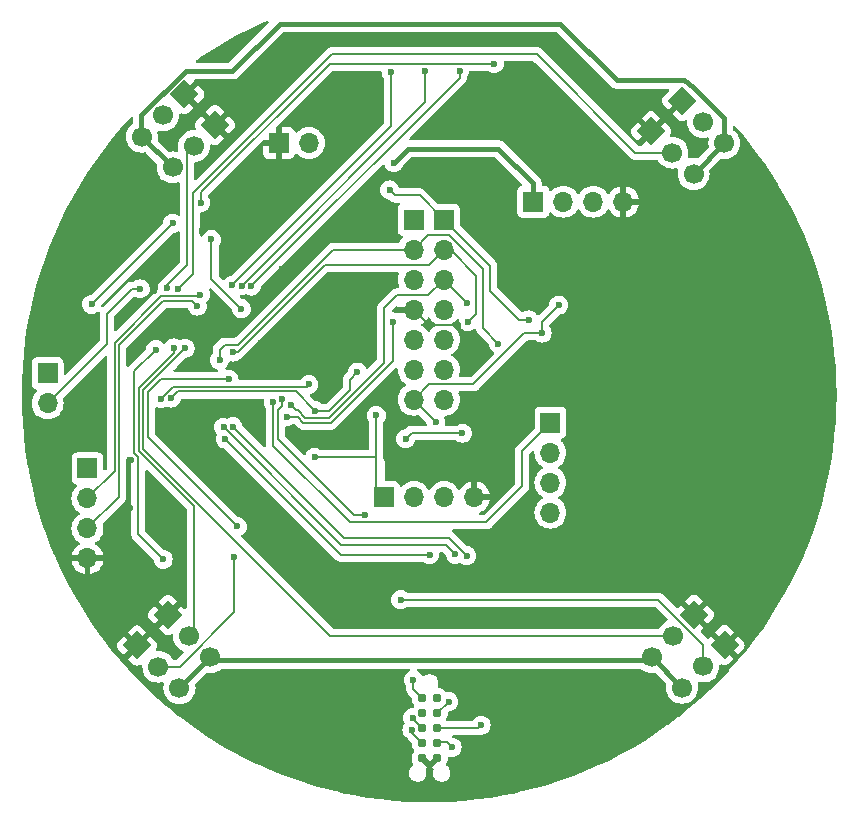
<source format=gbr>
%TF.GenerationSoftware,KiCad,Pcbnew,8.0.5*%
%TF.CreationDate,2025-05-16T20:13:13-04:00*%
%TF.ProjectId,RTLS_VIC,52544c53-5f56-4494-932e-6b696361645f,rev?*%
%TF.SameCoordinates,Original*%
%TF.FileFunction,Copper,L2,Bot*%
%TF.FilePolarity,Positive*%
%FSLAX46Y46*%
G04 Gerber Fmt 4.6, Leading zero omitted, Abs format (unit mm)*
G04 Created by KiCad (PCBNEW 8.0.5) date 2025-05-16 20:13:13*
%MOMM*%
%LPD*%
G01*
G04 APERTURE LIST*
G04 Aperture macros list*
%AMHorizOval*
0 Thick line with rounded ends*
0 $1 width*
0 $2 $3 position (X,Y) of the first rounded end (center of the circle)*
0 $4 $5 position (X,Y) of the second rounded end (center of the circle)*
0 Add line between two ends*
20,1,$1,$2,$3,$4,$5,0*
0 Add two circle primitives to create the rounded ends*
1,1,$1,$2,$3*
1,1,$1,$4,$5*%
%AMRotRect*
0 Rectangle, with rotation*
0 The origin of the aperture is its center*
0 $1 length*
0 $2 width*
0 $3 Rotation angle, in degrees counterclockwise*
0 Add horizontal line*
21,1,$1,$2,0,0,$3*%
G04 Aperture macros list end*
%TA.AperFunction,ComponentPad*%
%ADD10HorizOval,1.700000X0.000000X0.000000X0.000000X0.000000X0*%
%TD*%
%TA.AperFunction,ComponentPad*%
%ADD11RotRect,1.700000X1.700000X315.000000*%
%TD*%
%TA.AperFunction,ComponentPad*%
%ADD12HorizOval,1.700000X0.000000X0.000000X0.000000X0.000000X0*%
%TD*%
%TA.AperFunction,ComponentPad*%
%ADD13RotRect,1.700000X1.700000X45.000000*%
%TD*%
%TA.AperFunction,ComponentPad*%
%ADD14R,1.700000X1.700000*%
%TD*%
%TA.AperFunction,ComponentPad*%
%ADD15O,1.700000X1.700000*%
%TD*%
%TA.AperFunction,ConnectorPad*%
%ADD16C,0.787400*%
%TD*%
%TA.AperFunction,ViaPad*%
%ADD17C,0.600000*%
%TD*%
%TA.AperFunction,Conductor*%
%ADD18C,0.200000*%
%TD*%
%TA.AperFunction,Conductor*%
%ADD19C,0.400000*%
%TD*%
G04 APERTURE END LIST*
D10*
%TO.P,J17,3,Pin_3*%
%TO.N,+ESC_5V*%
X177306654Y-117571823D03*
%TO.P,J17,2,Pin_2*%
%TO.N,PWM_CH2_4*%
X179102705Y-115775772D03*
D11*
%TO.P,J17,1,Pin_1*%
%TO.N,GND*%
X180898756Y-113979721D03*
%TD*%
D12*
%TO.P,J16,3,Pin_3*%
%TO.N,+ESC_5V*%
X134751102Y-117592102D03*
%TO.P,J16,2,Pin_2*%
%TO.N,PWM_CH2_3*%
X132955051Y-115796051D03*
D13*
%TO.P,J16,1,Pin_1*%
%TO.N,GND*%
X131159000Y-114000000D03*
%TD*%
D12*
%TO.P,J15,3,Pin_3*%
%TO.N,+ESC_5V*%
X180876102Y-71467102D03*
%TO.P,J15,2,Pin_2*%
%TO.N,PWM_CH2_2*%
X179080051Y-69671051D03*
D13*
%TO.P,J15,1,Pin_1*%
%TO.N,GND*%
X177284000Y-67875000D03*
%TD*%
D11*
%TO.P,J14,1,Pin_1*%
%TO.N,GND*%
X135159000Y-67325000D03*
D10*
%TO.P,J14,2,Pin_2*%
%TO.N,PWM_CH2_1*%
X133362949Y-69121051D03*
%TO.P,J14,3,Pin_3*%
%TO.N,+ESC_5V*%
X131566898Y-70917102D03*
%TD*%
D13*
%TO.P,J5,1,Pin_1*%
%TO.N,GND*%
X133773555Y-111414555D03*
D12*
%TO.P,J5,2,Pin_2*%
%TO.N,PWM_3*%
X135569606Y-113210606D03*
%TO.P,J5,3,Pin_3*%
%TO.N,+ESC_5V*%
X137365657Y-115006657D03*
%TD*%
D14*
%TO.P,J7,1,Pin_1*%
%TO.N,+3V3*%
X152084000Y-101450000D03*
D15*
%TO.P,J7,2,Pin_2*%
%TO.N,GPS_TX*%
X154624000Y-101450000D03*
%TO.P,J7,3,Pin_3*%
%TO.N,GPS_RX*%
X157163999Y-101450000D03*
%TO.P,J7,4,Pin_4*%
%TO.N,GND*%
X159704000Y-101450000D03*
%TD*%
D13*
%TO.P,J4,1,Pin_1*%
%TO.N,GND*%
X174684000Y-70475000D03*
D12*
%TO.P,J4,2,Pin_2*%
%TO.N,PWM_2*%
X176480051Y-72271051D03*
%TO.P,J4,3,Pin_3*%
%TO.N,+ESC_5V*%
X178276102Y-74067102D03*
%TD*%
D14*
%TO.P,J12,1,Pin_1*%
%TO.N,GND*%
X143159000Y-71450000D03*
D15*
%TO.P,J12,2,Pin_2*%
%TO.N,+3V3*%
X145699000Y-71450000D03*
%TD*%
D11*
%TO.P,J3,1,Pin_1*%
%TO.N,GND*%
X137759000Y-69925000D03*
D10*
%TO.P,J3,2,Pin_2*%
%TO.N,PWM_1*%
X135962949Y-71721051D03*
%TO.P,J3,3,Pin_3*%
%TO.N,+ESC_5V*%
X134166898Y-73517102D03*
%TD*%
D14*
%TO.P,J10,1,Pin_1*%
%TO.N,+3V3*%
X164709000Y-76425000D03*
D15*
%TO.P,J10,2,Pin_2*%
%TO.N,SDA*%
X167249000Y-76425000D03*
%TO.P,J10,3,Pin_3*%
%TO.N,SCL*%
X169788999Y-76425000D03*
%TO.P,J10,4,Pin_4*%
%TO.N,GND*%
X172329000Y-76425000D03*
%TD*%
D14*
%TO.P,J8,1,Pin_1*%
%TO.N,BOOT0*%
X123584000Y-90950000D03*
D15*
%TO.P,J8,2,Pin_2*%
%TO.N,+3V3*%
X123584000Y-93490000D03*
%TD*%
D14*
%TO.P,J11,1,Pin_1*%
%TO.N,DEBUG_NSS*%
X166159000Y-95125000D03*
D15*
%TO.P,J11,2,Pin_2*%
%TO.N,SPI_SCK*%
X166159000Y-97665000D03*
%TO.P,J11,3,Pin_3*%
%TO.N,SPI_MISO*%
X166159000Y-100205000D03*
%TO.P,J11,4,Pin_4*%
%TO.N,SPI_MOSI*%
X166159000Y-102745000D03*
%TD*%
D14*
%TO.P,J1,1,Pin_1*%
%TO.N,SDA*%
X157124000Y-77950000D03*
D15*
%TO.P,J1,2,Pin_2*%
%TO.N,SPI_MISO*%
X157124000Y-80490000D03*
%TO.P,J1,3,Pin_3*%
%TO.N,SPI_SCK*%
X157124000Y-83030000D03*
%TO.P,J1,4,Pin_4*%
%TO.N,+BATT*%
X157124000Y-85570000D03*
%TO.P,J1,5,Pin_5*%
%TO.N,/Sensors/GPIO1*%
X157124000Y-88110000D03*
%TO.P,J1,6,Pin_6*%
%TO.N,/Sensors/GPIO3*%
X157124000Y-90650000D03*
%TO.P,J1,7,Pin_7*%
%TO.N,/Sensors/WKUP1*%
X157124000Y-93190000D03*
%TD*%
D11*
%TO.P,J6,1,Pin_1*%
%TO.N,GND*%
X178313150Y-111390327D03*
D10*
%TO.P,J6,2,Pin_2*%
%TO.N,PWM_4*%
X176517099Y-113186378D03*
%TO.P,J6,3,Pin_3*%
%TO.N,+ESC_5V*%
X174721048Y-114982429D03*
%TD*%
D14*
%TO.P,J9,1,Pin_1*%
%TO.N,SCL*%
X154584000Y-77950000D03*
D15*
%TO.P,J9,2,Pin_2*%
%TO.N,SPI_MOSI*%
X154584000Y-80490000D03*
%TO.P,J9,3,Pin_3*%
%TO.N,NSS*%
X154584000Y-83030000D03*
%TO.P,J9,4,Pin_4*%
%TO.N,GND*%
X154584000Y-85570000D03*
%TO.P,J9,5,Pin_5*%
%TO.N,/Sensors/GPIO2*%
X154584000Y-88110000D03*
%TO.P,J9,6,Pin_6*%
%TO.N,/Sensors/GPIO4*%
X154584000Y-90650000D03*
%TO.P,J9,7,Pin_7*%
%TO.N,+3V3*%
X154584000Y-93190000D03*
%TD*%
D14*
%TO.P,J13,1,Pin_1*%
%TO.N,+3V3*%
X126959000Y-99010000D03*
D15*
%TO.P,J13,2,Pin_2*%
%TO.N,DEBUG_UART6_TX*%
X126959000Y-101550000D03*
%TO.P,J13,3,Pin_3*%
%TO.N,DEBUG_UART6_RX*%
X126959000Y-104089999D03*
%TO.P,J13,4,Pin_4*%
%TO.N,GND*%
X126959000Y-106630000D03*
%TD*%
D16*
%TO.P,J2,1,BATT*%
%TO.N,unconnected-(J2-BATT-Pad1)*%
X156569000Y-118445000D03*
%TO.P,J2,2,NRST*%
%TO.N,RST*%
X156569000Y-119715000D03*
%TO.P,J2,3,SWCLK*%
%TO.N,SWCLK*%
X156569000Y-120985000D03*
%TO.P,J2,4,SWDIO*%
%TO.N,SWDIO*%
X156569000Y-122255000D03*
%TO.P,J2,5,GND*%
%TO.N,GND*%
X156569000Y-123525000D03*
%TO.P,J2,6,DETECT*%
X155299000Y-123525000D03*
%TO.P,J2,7,UART_MISO*%
%TO.N,DEBUG_TX*%
X155299000Y-122255000D03*
%TO.P,J2,8,UART_MOSI*%
%TO.N,DEBUG_RX*%
X155299000Y-120985000D03*
%TO.P,J2,9,RFU*%
%TO.N,unconnected-(J2-RFU-Pad9)*%
X155299000Y-119715000D03*
%TO.P,J2,10,VCC*%
%TO.N,+3V3*%
X155299000Y-118445000D03*
%TD*%
D17*
%TO.N,GND*%
X157774000Y-94975000D03*
X136624000Y-78915000D03*
%TO.N,PWM_CH2_4*%
X153474000Y-110125000D03*
X150474000Y-102965000D03*
X143439896Y-93095000D03*
%TO.N,GND*%
X132404000Y-100535000D03*
%TO.N,PWM_CH2_3*%
X139374000Y-106495000D03*
X139644000Y-103925000D03*
X138947567Y-91451433D03*
%TO.N,PWM_CH2_2*%
X161404000Y-64725000D03*
X136564655Y-76499934D03*
X134164000Y-78265000D03*
X127314000Y-85115000D03*
%TO.N,GND*%
X122054000Y-88065000D03*
X126024000Y-79845000D03*
X149509000Y-125650000D03*
X143459000Y-82125000D03*
X149784000Y-116525000D03*
X171684000Y-91975000D03*
X133484000Y-96525000D03*
X157384000Y-116275000D03*
X142934000Y-63650000D03*
X126474000Y-86715000D03*
X145564000Y-80395000D03*
X139609000Y-63000000D03*
X184034000Y-103300000D03*
X152034000Y-118325000D03*
X149384000Y-62300000D03*
X146109000Y-105850000D03*
X143734000Y-89125000D03*
X166059000Y-78325000D03*
X136709000Y-96500000D03*
X172084000Y-82950000D03*
X150609000Y-121300000D03*
X135084000Y-106700000D03*
X166709000Y-120925000D03*
X170834000Y-97425000D03*
X129859000Y-107375000D03*
X126524000Y-92065000D03*
X141909000Y-79625000D03*
X153234000Y-121775000D03*
X148659000Y-70450000D03*
X174434000Y-118850000D03*
X169734000Y-80425000D03*
X132609000Y-83975000D03*
X139384000Y-118900000D03*
X127684000Y-74000000D03*
X163734000Y-117500000D03*
X133434000Y-108500000D03*
X135854000Y-90555000D03*
X147609000Y-90650000D03*
X165884000Y-91200000D03*
X138584000Y-81850000D03*
X163884000Y-125925000D03*
X166859000Y-72775000D03*
X134634000Y-94350000D03*
X141234000Y-85000000D03*
X128009000Y-95625000D03*
X169934000Y-106350000D03*
X140084000Y-86925000D03*
X159359000Y-118025000D03*
X130554000Y-102385000D03*
X148684000Y-78185000D03*
X139164000Y-94345000D03*
X166334000Y-62875000D03*
X145934000Y-90100000D03*
X122509000Y-97625000D03*
X130654000Y-98285000D03*
X139644000Y-74425000D03*
X185409000Y-82000000D03*
X155809000Y-70750000D03*
X145559000Y-96925000D03*
X137684000Y-76755000D03*
X168534000Y-85900000D03*
X159484000Y-104925000D03*
X144609000Y-88025000D03*
X162659000Y-67275000D03*
X158309000Y-86825000D03*
X145084000Y-117075000D03*
X141659000Y-88375000D03*
X133184000Y-76025000D03*
X158764000Y-92955000D03*
X158654000Y-89475000D03*
X133434000Y-81295000D03*
X167259000Y-83225000D03*
X184609000Y-93250000D03*
X164309000Y-102525000D03*
X123759000Y-102650000D03*
X159984000Y-122225000D03*
%TO.N,+3V3*%
X165459000Y-87550000D03*
X131434000Y-83800000D03*
X156459000Y-95065000D03*
X166859000Y-85175000D03*
X152885250Y-73126250D03*
X154559000Y-116900000D03*
X146184000Y-98050000D03*
X151409000Y-94525000D03*
%TO.N,RST*%
X157534000Y-118750000D03*
%TO.N,SWDIO*%
X133371500Y-106712500D03*
X132734000Y-88950000D03*
X157834000Y-122625000D03*
%TO.N,SWCLK*%
X159058265Y-106400735D03*
X139284000Y-95475000D03*
X160284000Y-120750000D03*
%TO.N,DEBUG_RX*%
X138634000Y-96525000D03*
X155934000Y-106300000D03*
X154500694Y-120116762D03*
%TO.N,DEBUG_TX*%
X154421126Y-121152456D03*
X138485773Y-95528243D03*
X158084000Y-106275000D03*
%TO.N,PWM_1*%
X133734000Y-83700000D03*
%TO.N,PWM_2*%
X134634000Y-83800000D03*
%TO.N,PWM_3*%
X134259000Y-88800000D03*
%TO.N,PWM_4*%
X135234000Y-88825000D03*
%TO.N,PWR_SEL*%
X139995765Y-85488235D03*
X137459000Y-79625000D03*
%TO.N,LED_DEBUG_3*%
X139227380Y-83484562D03*
X152664001Y-65425000D03*
%TO.N,LED_DEBUG_2*%
X140034000Y-83525000D03*
X155559000Y-65375000D03*
%TO.N,SDA*%
X149809000Y-90850000D03*
X134059000Y-93050000D03*
X164309000Y-86425000D03*
X152534000Y-75425000D03*
X146209000Y-94125000D03*
%TO.N,SCL*%
X145709000Y-91900000D03*
X133159000Y-93100000D03*
%TO.N,LED_DEBUG_1*%
X140846500Y-83562500D03*
X158459000Y-65325000D03*
%TO.N,LSM6_INT2*%
X153894000Y-96505000D03*
X158709000Y-96025000D03*
%TO.N,DEBUG_NSS*%
X142708000Y-93418000D03*
%TO.N,SPI_MISO*%
X159209000Y-86600000D03*
X139259000Y-89150000D03*
%TO.N,DEBUG_UART6_TX*%
X136524000Y-84285000D03*
%TO.N,SPI_SCK*%
X144184000Y-93674997D03*
X159059000Y-85025000D03*
%TO.N,DEBUG_UART6_RX*%
X136254000Y-85265000D03*
%TO.N,SPI_MOSI*%
X161759000Y-88450000D03*
X138158265Y-89845000D03*
%TO.N,NSS*%
X143814000Y-94645000D03*
X152809000Y-86600000D03*
%TD*%
D18*
%TO.N,+3V3*%
X151409000Y-100775000D02*
X151409000Y-98045000D01*
X152084000Y-101450000D02*
X151409000Y-100775000D01*
X146189000Y-98045000D02*
X151409000Y-98045000D01*
X146184000Y-98050000D02*
X146189000Y-98045000D01*
X151409000Y-94525000D02*
X151409000Y-98045000D01*
%TO.N,LSM6_INT2*%
X154399000Y-96000000D02*
X158684000Y-96000000D01*
X153894000Y-96505000D02*
X154399000Y-96000000D01*
X158684000Y-96000000D02*
X158709000Y-96025000D01*
%TO.N,DEBUG_NSS*%
X163759000Y-100525000D02*
X163759000Y-97525000D01*
X163759000Y-97525000D02*
X166159000Y-95125000D01*
X160719000Y-103565000D02*
X163759000Y-100525000D01*
X149149000Y-103565000D02*
X160719000Y-103565000D01*
X142664000Y-97080000D02*
X149149000Y-103565000D01*
X142664000Y-93462000D02*
X142664000Y-97080000D01*
X142708000Y-93418000D02*
X142664000Y-93462000D01*
%TO.N,PWM_CH2_4*%
X143064000Y-96515000D02*
X143064000Y-94075000D01*
X149514000Y-102965000D02*
X143064000Y-96515000D01*
X150474000Y-102965000D02*
X149514000Y-102965000D01*
X143439896Y-93699104D02*
X143439896Y-93095000D01*
X143064000Y-94075000D02*
X143439896Y-93699104D01*
X179102705Y-113953705D02*
X179102705Y-115775772D01*
X175274000Y-110125000D02*
X179102705Y-113953705D01*
X153474000Y-110125000D02*
X175274000Y-110125000D01*
%TO.N,NSS*%
X152809000Y-89881372D02*
X152809000Y-86600000D01*
X147565372Y-95125000D02*
X152809000Y-89881372D01*
X145228314Y-95125000D02*
X147565372Y-95125000D01*
X144748314Y-94645000D02*
X145228314Y-95125000D01*
X143814000Y-94645000D02*
X144748314Y-94645000D01*
%TO.N,SPI_SCK*%
X155804000Y-84350000D02*
X157124000Y-83030000D01*
X152059000Y-85450000D02*
X153159000Y-84350000D01*
X152059000Y-90065686D02*
X152059000Y-85450000D01*
X147399686Y-94725000D02*
X152059000Y-90065686D01*
X145394000Y-94725000D02*
X147399686Y-94725000D01*
X144232526Y-93674997D02*
X144632529Y-94075000D01*
X153159000Y-84350000D02*
X155804000Y-84350000D01*
X144184000Y-93674997D02*
X144232526Y-93674997D01*
X144744000Y-94075000D02*
X145394000Y-94725000D01*
X144632529Y-94075000D02*
X144744000Y-94075000D01*
%TO.N,SDA*%
X134614000Y-92495000D02*
X134059000Y-93050000D01*
X144579000Y-92495000D02*
X134614000Y-92495000D01*
X146209000Y-94125000D02*
X144579000Y-92495000D01*
%TO.N,SCL*%
X134164000Y-92095000D02*
X133159000Y-93100000D01*
X145514000Y-92095000D02*
X134164000Y-92095000D01*
X145709000Y-91900000D02*
X145514000Y-92095000D01*
D19*
%TO.N,+ESC_5V*%
X174453477Y-115250000D02*
X174721048Y-114982429D01*
X137609000Y-115250000D02*
X174453477Y-115250000D01*
X137365657Y-115006657D02*
X137609000Y-115250000D01*
X174721048Y-114986217D02*
X177306654Y-117571823D01*
X174721048Y-114982429D02*
X174721048Y-114986217D01*
X137336547Y-115006657D02*
X134751102Y-117592102D01*
X137365657Y-115006657D02*
X137336547Y-115006657D01*
D18*
%TO.N,SWDIO*%
X130884000Y-90800000D02*
X132734000Y-88950000D01*
X131254000Y-104595000D02*
X131254000Y-98036471D01*
X131254000Y-98036471D02*
X130884000Y-97666471D01*
X133371500Y-106712500D02*
X131254000Y-104595000D01*
X130884000Y-97666471D02*
X130884000Y-90800000D01*
%TO.N,PWM_3*%
X135959000Y-112821212D02*
X135569606Y-113210606D01*
X131284000Y-92215000D02*
X131284000Y-97500785D01*
X135959000Y-102175785D02*
X135959000Y-112821212D01*
X134259000Y-89240000D02*
X131284000Y-92215000D01*
X131284000Y-97500785D02*
X135959000Y-102175785D01*
X134259000Y-88800000D02*
X134259000Y-89240000D01*
%TO.N,PWM_CH2_3*%
X132084000Y-92546372D02*
X132084000Y-96365000D01*
X132084000Y-96365000D02*
X139644000Y-103925000D01*
X133178939Y-91451433D02*
X132084000Y-92546372D01*
X138947567Y-91451433D02*
X133178939Y-91451433D01*
X139374000Y-111175000D02*
X134752949Y-115796051D01*
X134752949Y-115796051D02*
X132955051Y-115796051D01*
X139374000Y-106495000D02*
X139374000Y-111175000D01*
%TO.N,PWM_4*%
X147535279Y-113186378D02*
X176517099Y-113186378D01*
X131684000Y-97335099D02*
X147535279Y-113186378D01*
X131684000Y-92380686D02*
X131684000Y-97335099D01*
X135234000Y-88825000D02*
X135234000Y-88830686D01*
X135234000Y-88830686D02*
X131684000Y-92380686D01*
%TO.N,SPI_MOSI*%
X147769000Y-80490000D02*
X154584000Y-80490000D01*
X138584000Y-88525000D02*
X139734000Y-88525000D01*
X138158265Y-88950735D02*
X138584000Y-88525000D01*
X138158265Y-89845000D02*
X138158265Y-88950735D01*
X139734000Y-88525000D02*
X147769000Y-80490000D01*
%TO.N,PWM_2*%
X135884000Y-75729314D02*
X147678314Y-63935000D01*
X147678314Y-63935000D02*
X165019000Y-63935000D01*
X165019000Y-63935000D02*
X173355051Y-72271051D01*
X135884000Y-82550000D02*
X135884000Y-75729314D01*
X134634000Y-83800000D02*
X135884000Y-82550000D01*
X173355051Y-72271051D02*
X176480051Y-72271051D01*
%TO.N,PWM_CH2_2*%
X147454000Y-64725000D02*
X161404000Y-64725000D01*
X136564655Y-76499934D02*
X136564655Y-75614345D01*
X136564655Y-75614345D02*
X147454000Y-64725000D01*
X134164000Y-78265000D02*
X127314000Y-85115000D01*
D19*
%TO.N,+ESC_5V*%
X131534000Y-70884204D02*
X134166898Y-73517102D01*
X131534000Y-69125000D02*
X131534000Y-70884204D01*
X135284000Y-65375000D02*
X131534000Y-69125000D01*
X139234000Y-65375000D02*
X135284000Y-65375000D01*
X167009000Y-61350000D02*
X143259000Y-61350000D01*
X178771932Y-67237932D02*
X178224370Y-66751563D01*
X177488701Y-66141289D02*
X171800289Y-66141289D01*
X171800289Y-66141289D02*
X167009000Y-61350000D01*
X180884000Y-69350000D02*
X178771932Y-67237932D01*
X178224370Y-66751563D02*
X177488701Y-66141289D01*
X180884000Y-71459204D02*
X180884000Y-69350000D01*
X143259000Y-61350000D02*
X139234000Y-65375000D01*
X178276102Y-74067102D02*
X180884000Y-71459204D01*
D18*
%TO.N,PWM_1*%
X135384000Y-72300000D02*
X135962949Y-71721051D01*
X135384000Y-81825000D02*
X135384000Y-72300000D01*
X133734000Y-83700000D02*
X133734000Y-83475000D01*
X133734000Y-83475000D02*
X135384000Y-81825000D01*
%TO.N,GND*%
X155839000Y-86825000D02*
X158309000Y-86825000D01*
X154584000Y-85570000D02*
X155839000Y-86825000D01*
D19*
%TO.N,+3V3*%
X164709000Y-76425000D02*
X164709000Y-74875000D01*
D18*
X156459000Y-95065000D02*
X154584000Y-93190000D01*
X159634000Y-91875000D02*
X163959000Y-87550000D01*
D19*
X154086500Y-71925000D02*
X152885250Y-73126250D01*
X161759000Y-71925000D02*
X154086500Y-71925000D01*
D18*
X165459000Y-86575000D02*
X166859000Y-85175000D01*
X154559000Y-116900000D02*
X154559000Y-117705000D01*
X130709000Y-83800000D02*
X128609000Y-85900000D01*
X155899000Y-91875000D02*
X159634000Y-91875000D01*
X165459000Y-87550000D02*
X165459000Y-86575000D01*
D19*
X164709000Y-74875000D02*
X161759000Y-71925000D01*
D18*
X154559000Y-117705000D02*
X155299000Y-118445000D01*
X128609000Y-85900000D02*
X128609000Y-88465000D01*
X131434000Y-83800000D02*
X130709000Y-83800000D01*
X128609000Y-88465000D02*
X123584000Y-93490000D01*
X163959000Y-87550000D02*
X165459000Y-87550000D01*
X154584000Y-93190000D02*
X155899000Y-91875000D01*
%TO.N,RST*%
X157534000Y-118750000D02*
X156569000Y-119715000D01*
%TO.N,SWDIO*%
X157834000Y-122625000D02*
X157409000Y-122200000D01*
X156624000Y-122200000D02*
X156569000Y-122255000D01*
X157409000Y-122200000D02*
X156624000Y-122200000D01*
%TO.N,SWCLK*%
X157557530Y-104900000D02*
X159058265Y-106400735D01*
X160049000Y-120985000D02*
X156569000Y-120985000D01*
X139284000Y-95475000D02*
X148709000Y-104900000D01*
X160284000Y-120750000D02*
X160049000Y-120985000D01*
X148709000Y-104900000D02*
X157557530Y-104900000D01*
%TO.N,DEBUG_RX*%
X138634000Y-96525000D02*
X148409000Y-106300000D01*
X154500694Y-120116762D02*
X154500694Y-120186694D01*
X148409000Y-106300000D02*
X155934000Y-106300000D01*
X154500694Y-120186694D02*
X155299000Y-120985000D01*
%TO.N,DEBUG_TX*%
X148459000Y-105500000D02*
X157309000Y-105500000D01*
X157309000Y-105500000D02*
X158084000Y-106275000D01*
X154421126Y-121152456D02*
X154421126Y-121377126D01*
X138487243Y-95528243D02*
X148459000Y-105500000D01*
X138485773Y-95528243D02*
X138487243Y-95528243D01*
X154421126Y-121377126D02*
X155299000Y-122255000D01*
%TO.N,PWR_SEL*%
X137459000Y-82951470D02*
X137459000Y-79625000D01*
X139995765Y-85488235D02*
X137459000Y-82951470D01*
%TO.N,LED_DEBUG_3*%
X139227380Y-83456620D02*
X152664001Y-70019999D01*
X139227380Y-83484562D02*
X139227380Y-83456620D01*
X152664001Y-70019999D02*
X152664001Y-65425000D01*
%TO.N,LED_DEBUG_2*%
X155559000Y-68000000D02*
X155559000Y-65375000D01*
X140034000Y-83525000D02*
X155559000Y-68000000D01*
%TO.N,SDA*%
X153009000Y-75900000D02*
X152534000Y-75425000D01*
X161059000Y-81885000D02*
X157124000Y-77950000D01*
X149809000Y-90850000D02*
X149159000Y-91500000D01*
X163534000Y-86425000D02*
X161059000Y-83950000D01*
X147434000Y-94125000D02*
X146209000Y-94125000D01*
X149159000Y-91500000D02*
X149159000Y-92400000D01*
X149159000Y-92400000D02*
X147434000Y-94125000D01*
X164309000Y-86425000D02*
X163534000Y-86425000D01*
X155074000Y-75900000D02*
X153009000Y-75900000D01*
X157124000Y-77950000D02*
X155074000Y-75900000D01*
X161059000Y-83950000D02*
X161059000Y-81885000D01*
%TO.N,LED_DEBUG_1*%
X158459000Y-65950000D02*
X158459000Y-65325000D01*
X140846500Y-83562500D02*
X158459000Y-65950000D01*
%TO.N,SPI_MISO*%
X159884000Y-85925000D02*
X159884000Y-82676471D01*
X139259000Y-89150000D02*
X139674685Y-89150000D01*
X139674685Y-89150000D02*
X147049685Y-81775000D01*
X147049685Y-81775000D02*
X155839000Y-81775000D01*
X159884000Y-82676471D02*
X157697529Y-80490000D01*
X159209000Y-86600000D02*
X159884000Y-85925000D01*
X157697529Y-80490000D02*
X157124000Y-80490000D01*
X155839000Y-81775000D02*
X157124000Y-80490000D01*
%TO.N,DEBUG_UART6_TX*%
X133219000Y-84400000D02*
X129254000Y-88365000D01*
X129254000Y-88365000D02*
X129254000Y-99255000D01*
X129254000Y-99255000D02*
X126959000Y-101550000D01*
X136409000Y-84400000D02*
X133219000Y-84400000D01*
X136524000Y-84285000D02*
X136409000Y-84400000D01*
%TO.N,SPI_SCK*%
X157124000Y-83090000D02*
X157124000Y-83030000D01*
X159059000Y-85025000D02*
X157124000Y-83090000D01*
%TO.N,DEBUG_UART6_RX*%
X129654000Y-88530686D02*
X129654000Y-101394999D01*
X135789000Y-84800000D02*
X133384686Y-84800000D01*
X133384686Y-84800000D02*
X129654000Y-88530686D01*
X129654000Y-101394999D02*
X126959000Y-104089999D01*
X136254000Y-85265000D02*
X135789000Y-84800000D01*
%TO.N,SPI_MOSI*%
X160459000Y-82125000D02*
X157584000Y-79250000D01*
X157584000Y-79250000D02*
X155824000Y-79250000D01*
X160459000Y-87150000D02*
X160459000Y-82125000D01*
X154584000Y-80490000D02*
X152694000Y-80490000D01*
X161759000Y-88450000D02*
X160459000Y-87150000D01*
X155824000Y-79250000D02*
X154584000Y-80490000D01*
%TD*%
%TA.AperFunction,Conductor*%
%TO.N,GND*%
G36*
X164785942Y-64555185D02*
G01*
X164806584Y-64571819D01*
X172870190Y-72635425D01*
X172870200Y-72635436D01*
X172874530Y-72639766D01*
X172874531Y-72639767D01*
X172986335Y-72751571D01*
X172986337Y-72751572D01*
X172986341Y-72751575D01*
X173073967Y-72802165D01*
X173123267Y-72830628D01*
X173231306Y-72859577D01*
X173231305Y-72859577D01*
X173247661Y-72863959D01*
X173275993Y-72871551D01*
X173275994Y-72871551D01*
X175190960Y-72871551D01*
X175257999Y-72891236D01*
X175303343Y-72943148D01*
X175306016Y-72948881D01*
X175441556Y-73142452D01*
X175608650Y-73309546D01*
X175660072Y-73345552D01*
X175802216Y-73445083D01*
X175802218Y-73445084D01*
X175802221Y-73445086D01*
X176016388Y-73544954D01*
X176244643Y-73606114D01*
X176432969Y-73622590D01*
X176480050Y-73626710D01*
X176480051Y-73626710D01*
X176480052Y-73626710D01*
X176519285Y-73623277D01*
X176715459Y-73606114D01*
X176816150Y-73579134D01*
X176886000Y-73580797D01*
X176943862Y-73619960D01*
X176971366Y-73684188D01*
X176968018Y-73731001D01*
X176941041Y-73831685D01*
X176941038Y-73831698D01*
X176920443Y-74067101D01*
X176920443Y-74067102D01*
X176941038Y-74302505D01*
X176941040Y-74302515D01*
X177002196Y-74530757D01*
X177002198Y-74530761D01*
X177002199Y-74530765D01*
X177102067Y-74744932D01*
X177102069Y-74744936D01*
X177144830Y-74806004D01*
X177237607Y-74938503D01*
X177404701Y-75105597D01*
X177469682Y-75151097D01*
X177598267Y-75241134D01*
X177598269Y-75241135D01*
X177598272Y-75241137D01*
X177812439Y-75341005D01*
X178040694Y-75402165D01*
X178229020Y-75418641D01*
X178276101Y-75422761D01*
X178276102Y-75422761D01*
X178276103Y-75422761D01*
X178315336Y-75419328D01*
X178511510Y-75402165D01*
X178739765Y-75341005D01*
X178953932Y-75241137D01*
X179147503Y-75105597D01*
X179314597Y-74938503D01*
X179450137Y-74744932D01*
X179550005Y-74530765D01*
X179611165Y-74302510D01*
X179631761Y-74067102D01*
X179611165Y-73831694D01*
X179606660Y-73814881D01*
X179608321Y-73745034D01*
X179638751Y-73695108D01*
X180504108Y-72829751D01*
X180565429Y-72796268D01*
X180623880Y-72797659D01*
X180640694Y-72802165D01*
X180829020Y-72818641D01*
X180876101Y-72822761D01*
X180876102Y-72822761D01*
X180876103Y-72822761D01*
X180915336Y-72819328D01*
X181111510Y-72802165D01*
X181339765Y-72741005D01*
X181553932Y-72641137D01*
X181747503Y-72505597D01*
X181914597Y-72338503D01*
X182050137Y-72144932D01*
X182150005Y-71930765D01*
X182211165Y-71702510D01*
X182231761Y-71467102D01*
X182211165Y-71231694D01*
X182150005Y-71003439D01*
X182050137Y-70789273D01*
X182045050Y-70782007D01*
X181914596Y-70595699D01*
X181747506Y-70428610D01*
X181747503Y-70428607D01*
X181735472Y-70420183D01*
X181637375Y-70351493D01*
X181593751Y-70296916D01*
X181584500Y-70249919D01*
X181584500Y-70093096D01*
X181604185Y-70026057D01*
X181656989Y-69980302D01*
X181726147Y-69970358D01*
X181789703Y-69999383D01*
X181801195Y-70010734D01*
X182059414Y-70301442D01*
X182062090Y-70304559D01*
X182514270Y-70849650D01*
X182803490Y-71198297D01*
X182806109Y-71201566D01*
X183516847Y-72119764D01*
X183519355Y-72123119D01*
X184076246Y-72895083D01*
X184148293Y-72994956D01*
X184198701Y-73064831D01*
X184201092Y-73068266D01*
X184813595Y-73980766D01*
X184848241Y-74032380D01*
X184850508Y-74035885D01*
X185413115Y-74938504D01*
X185464741Y-75021329D01*
X185466887Y-75024906D01*
X186025054Y-75991679D01*
X186047468Y-76030501D01*
X186049499Y-76034160D01*
X186592233Y-77052128D01*
X186595795Y-77058808D01*
X186597695Y-77062522D01*
X186939855Y-77760061D01*
X187109073Y-78105035D01*
X187110854Y-78108826D01*
X187586734Y-79168027D01*
X187588385Y-79171876D01*
X188028204Y-80246503D01*
X188029725Y-80250406D01*
X188433006Y-81339301D01*
X188434394Y-81343253D01*
X188705420Y-82158597D01*
X188778461Y-82378334D01*
X188800664Y-82445127D01*
X188801918Y-82449124D01*
X189130764Y-83562742D01*
X189131883Y-83566778D01*
X189422939Y-84690902D01*
X189423920Y-84694974D01*
X189676837Y-85828262D01*
X189677680Y-85832365D01*
X189892178Y-86973547D01*
X189892882Y-86977676D01*
X190068716Y-88125457D01*
X190069280Y-88129607D01*
X190206246Y-89282655D01*
X190206670Y-89286823D01*
X190304615Y-90443854D01*
X190304898Y-90448032D01*
X190363712Y-91607731D01*
X190363853Y-91611918D01*
X190383464Y-92772906D01*
X190383464Y-92777094D01*
X190363853Y-93938081D01*
X190363712Y-93942268D01*
X190304898Y-95101967D01*
X190304615Y-95106145D01*
X190206670Y-96263176D01*
X190206246Y-96267344D01*
X190069280Y-97420392D01*
X190068716Y-97424542D01*
X189892882Y-98572323D01*
X189892178Y-98576452D01*
X189677680Y-99717634D01*
X189676837Y-99721737D01*
X189423920Y-100855025D01*
X189422939Y-100859097D01*
X189131883Y-101983221D01*
X189130764Y-101987257D01*
X188801918Y-103100875D01*
X188800664Y-103104872D01*
X188434394Y-104206746D01*
X188433006Y-104210698D01*
X188029725Y-105299593D01*
X188028204Y-105303496D01*
X187588385Y-106378123D01*
X187586734Y-106381972D01*
X187110854Y-107441173D01*
X187109073Y-107444964D01*
X186597703Y-108487462D01*
X186595795Y-108491191D01*
X186049501Y-109515836D01*
X186047468Y-109519498D01*
X185466896Y-110525078D01*
X185464741Y-110528670D01*
X184850516Y-111514103D01*
X184848241Y-111517619D01*
X184201094Y-112481730D01*
X184198701Y-112485168D01*
X183519355Y-113426880D01*
X183516847Y-113430235D01*
X182806109Y-114348433D01*
X182803490Y-114351702D01*
X182062102Y-115245426D01*
X182059373Y-115248604D01*
X181288258Y-116116737D01*
X181285424Y-116119821D01*
X180485433Y-116961412D01*
X180482497Y-116964399D01*
X179654493Y-117778534D01*
X179651457Y-117781419D01*
X178796474Y-118567083D01*
X178793342Y-118569865D01*
X177912288Y-119326225D01*
X177909064Y-119328899D01*
X177002990Y-120055053D01*
X176999678Y-120057617D01*
X176069584Y-120752763D01*
X176066187Y-120755214D01*
X175113136Y-121418557D01*
X175109659Y-121420891D01*
X174134756Y-122051662D01*
X174131201Y-122053878D01*
X173135544Y-122651366D01*
X173131917Y-122653460D01*
X172116654Y-123216978D01*
X172112957Y-123218949D01*
X171079233Y-123747858D01*
X171075473Y-123749702D01*
X170024499Y-124243386D01*
X170020678Y-124245103D01*
X168953597Y-124703023D01*
X168949721Y-124704609D01*
X167867815Y-125126217D01*
X167863887Y-125127672D01*
X166768329Y-125512508D01*
X166764354Y-125513829D01*
X165656441Y-125861439D01*
X165652424Y-125862625D01*
X164533408Y-126172617D01*
X164529353Y-126173667D01*
X163400514Y-126445685D01*
X163396426Y-126446598D01*
X162258989Y-126680347D01*
X162254873Y-126681120D01*
X161110266Y-126876307D01*
X161106125Y-126876942D01*
X159955522Y-127033367D01*
X159951363Y-127033861D01*
X158796144Y-127151336D01*
X158791970Y-127151689D01*
X157633456Y-127230078D01*
X157629273Y-127230290D01*
X156468780Y-127269508D01*
X156464592Y-127269579D01*
X155303408Y-127269579D01*
X155299220Y-127269508D01*
X154138726Y-127230290D01*
X154134543Y-127230078D01*
X152976029Y-127151689D01*
X152971855Y-127151336D01*
X151816636Y-127033861D01*
X151812477Y-127033367D01*
X150661874Y-126876942D01*
X150657733Y-126876307D01*
X149513126Y-126681120D01*
X149509010Y-126680347D01*
X148371573Y-126446598D01*
X148367485Y-126445685D01*
X147238646Y-126173667D01*
X147234591Y-126172617D01*
X146115575Y-125862625D01*
X146111558Y-125861439D01*
X145003645Y-125513829D01*
X144999670Y-125512508D01*
X143904112Y-125127672D01*
X143900184Y-125126217D01*
X142818278Y-124704609D01*
X142814402Y-124703023D01*
X142033987Y-124368121D01*
X141747303Y-124245095D01*
X141743518Y-124243394D01*
X141036985Y-123911508D01*
X140692526Y-123749702D01*
X140688766Y-123747858D01*
X139912714Y-123350788D01*
X139655030Y-123218942D01*
X139651358Y-123216985D01*
X138636075Y-122653455D01*
X138632455Y-122651366D01*
X137636798Y-122053878D01*
X137633243Y-122051662D01*
X137019737Y-121654718D01*
X136658319Y-121420877D01*
X136654885Y-121418571D01*
X135701812Y-120755214D01*
X135698415Y-120752763D01*
X135022700Y-120247738D01*
X134768317Y-120057613D01*
X134765009Y-120055053D01*
X134618338Y-119937507D01*
X133858933Y-119328897D01*
X133855711Y-119326225D01*
X133846521Y-119318336D01*
X133390859Y-118927163D01*
X132974657Y-118569865D01*
X132971525Y-118567083D01*
X132393017Y-118035478D01*
X132116537Y-117781414D01*
X132113506Y-117778534D01*
X131958312Y-117625939D01*
X131285479Y-116964376D01*
X131282589Y-116961435D01*
X130482575Y-116119821D01*
X130479741Y-116116737D01*
X130385985Y-116011185D01*
X129708610Y-115248585D01*
X129705913Y-115245444D01*
X128964509Y-114351702D01*
X128961890Y-114348433D01*
X128251152Y-113430235D01*
X128248644Y-113426880D01*
X127970698Y-113041590D01*
X127569287Y-112485153D01*
X127566905Y-112481730D01*
X127519125Y-112410548D01*
X126919741Y-111517593D01*
X126917500Y-111514129D01*
X126303238Y-110528637D01*
X126301123Y-110525111D01*
X125720518Y-109519475D01*
X125718511Y-109515860D01*
X125172184Y-108491153D01*
X125170315Y-108487500D01*
X124658911Y-107444933D01*
X124657160Y-107441205D01*
X124181264Y-106381969D01*
X124179614Y-106378123D01*
X124147640Y-106300000D01*
X123739783Y-105303466D01*
X123738286Y-105299624D01*
X123334990Y-104210689D01*
X123333605Y-104206746D01*
X123319895Y-104165500D01*
X122967321Y-103104828D01*
X122966089Y-103100903D01*
X122637230Y-101987242D01*
X122636124Y-101983252D01*
X122345056Y-100859081D01*
X122344079Y-100855025D01*
X122325742Y-100772861D01*
X122091161Y-99721734D01*
X122090319Y-99717634D01*
X121986728Y-99166505D01*
X121875818Y-98576437D01*
X121875117Y-98572323D01*
X121864182Y-98500945D01*
X121699281Y-97424530D01*
X121698719Y-97420392D01*
X121561747Y-96267290D01*
X121561333Y-96263225D01*
X121463383Y-95106139D01*
X121463101Y-95101967D01*
X121462166Y-95083533D01*
X121404286Y-93942248D01*
X121404146Y-93938081D01*
X121403597Y-93905565D01*
X121384535Y-92777072D01*
X121384535Y-92772906D01*
X121404146Y-91611895D01*
X121404287Y-91607731D01*
X121405742Y-91579057D01*
X121463102Y-90448016D01*
X121463384Y-90443854D01*
X121465862Y-90414586D01*
X121561334Y-89286768D01*
X121561746Y-89282715D01*
X121698721Y-88129587D01*
X121699283Y-88125457D01*
X121703304Y-88099211D01*
X121875121Y-86977651D01*
X121875821Y-86973547D01*
X121876942Y-86967587D01*
X122090321Y-85832351D01*
X122091162Y-85828262D01*
X122092595Y-85821843D01*
X122344085Y-84694945D01*
X122345052Y-84690931D01*
X122636128Y-83566732D01*
X122637226Y-83562773D01*
X122966094Y-82449079D01*
X122967315Y-82445188D01*
X123333614Y-81343225D01*
X123334983Y-81339328D01*
X123738293Y-80250355D01*
X123739775Y-80246553D01*
X124179623Y-79171852D01*
X124181265Y-79168027D01*
X124657170Y-78108771D01*
X124658900Y-78105089D01*
X125170327Y-77062475D01*
X125172172Y-77058870D01*
X125718524Y-76034114D01*
X125720503Y-76030550D01*
X126301138Y-75024861D01*
X126303222Y-75021388D01*
X126917517Y-74035843D01*
X126919723Y-74032433D01*
X127566934Y-73068226D01*
X127569268Y-73064874D01*
X128248660Y-72123097D01*
X128251135Y-72119785D01*
X128961912Y-71201537D01*
X128964486Y-71198324D01*
X129705937Y-70304525D01*
X129708584Y-70301443D01*
X130479767Y-69433232D01*
X130482548Y-69430206D01*
X130619626Y-69286000D01*
X130680081Y-69250973D01*
X130749877Y-69254191D01*
X130806853Y-69294632D01*
X130832920Y-69359457D01*
X130833500Y-69371433D01*
X130833500Y-69717425D01*
X130813815Y-69784464D01*
X130780625Y-69818999D01*
X130695493Y-69878610D01*
X130528403Y-70045699D01*
X130392863Y-70239271D01*
X130392862Y-70239273D01*
X130322146Y-70390925D01*
X130293065Y-70453290D01*
X130292996Y-70453437D01*
X130292992Y-70453446D01*
X130231836Y-70681688D01*
X130231834Y-70681698D01*
X130211239Y-70917101D01*
X130211239Y-70917102D01*
X130231834Y-71152505D01*
X130231836Y-71152515D01*
X130292992Y-71380757D01*
X130292994Y-71380761D01*
X130292995Y-71380765D01*
X130355336Y-71514455D01*
X130392863Y-71594932D01*
X130392865Y-71594936D01*
X130501179Y-71749623D01*
X130528403Y-71788503D01*
X130695497Y-71955597D01*
X130792282Y-72023367D01*
X130889063Y-72091134D01*
X130889065Y-72091135D01*
X130889068Y-72091137D01*
X131103235Y-72191005D01*
X131331490Y-72252165D01*
X131519816Y-72268641D01*
X131566897Y-72272761D01*
X131566898Y-72272761D01*
X131566899Y-72272761D01*
X131606132Y-72269328D01*
X131802306Y-72252165D01*
X131819114Y-72247661D01*
X131888962Y-72249320D01*
X131938892Y-72279753D01*
X132804246Y-73145107D01*
X132837731Y-73206430D01*
X132836340Y-73264880D01*
X132831837Y-73281686D01*
X132831834Y-73281699D01*
X132811239Y-73517101D01*
X132811239Y-73517102D01*
X132831834Y-73752505D01*
X132831836Y-73752515D01*
X132892992Y-73980757D01*
X132892994Y-73980761D01*
X132892995Y-73980765D01*
X132933255Y-74067102D01*
X132992863Y-74194932D01*
X132992865Y-74194936D01*
X133068186Y-74302505D01*
X133128403Y-74388503D01*
X133295497Y-74555597D01*
X133353767Y-74596398D01*
X133489063Y-74691134D01*
X133489065Y-74691135D01*
X133489068Y-74691137D01*
X133703235Y-74791005D01*
X133703241Y-74791006D01*
X133703242Y-74791007D01*
X133712595Y-74793513D01*
X133931490Y-74852165D01*
X134119816Y-74868641D01*
X134166897Y-74872761D01*
X134166898Y-74872761D01*
X134166899Y-74872761D01*
X134206132Y-74869328D01*
X134402306Y-74852165D01*
X134627407Y-74791850D01*
X134697257Y-74793513D01*
X134755119Y-74832676D01*
X134782623Y-74896904D01*
X134783500Y-74911625D01*
X134783500Y-77484488D01*
X134763815Y-77551527D01*
X134711011Y-77597282D01*
X134641853Y-77607226D01*
X134593528Y-77589482D01*
X134513523Y-77539211D01*
X134343254Y-77479631D01*
X134343249Y-77479630D01*
X134164004Y-77459435D01*
X134163996Y-77459435D01*
X133984750Y-77479630D01*
X133984745Y-77479631D01*
X133814476Y-77539211D01*
X133661737Y-77635184D01*
X133534184Y-77762737D01*
X133438210Y-77915478D01*
X133378630Y-78085750D01*
X133368837Y-78172668D01*
X133341770Y-78237082D01*
X133333298Y-78246465D01*
X127295465Y-84284298D01*
X127234142Y-84317783D01*
X127221668Y-84319837D01*
X127134750Y-84329630D01*
X126964478Y-84389210D01*
X126811737Y-84485184D01*
X126684184Y-84612737D01*
X126588211Y-84765476D01*
X126528631Y-84935745D01*
X126528630Y-84935750D01*
X126508435Y-85114996D01*
X126508435Y-85115003D01*
X126528630Y-85294249D01*
X126528631Y-85294254D01*
X126588211Y-85464523D01*
X126653288Y-85568091D01*
X126684184Y-85617262D01*
X126811738Y-85744816D01*
X126902080Y-85801582D01*
X126959652Y-85837757D01*
X126964478Y-85840789D01*
X127118878Y-85894816D01*
X127134745Y-85900368D01*
X127134750Y-85900369D01*
X127313996Y-85920565D01*
X127314000Y-85920565D01*
X127314004Y-85920565D01*
X127493249Y-85900369D01*
X127493252Y-85900368D01*
X127493255Y-85900368D01*
X127663522Y-85840789D01*
X127668348Y-85837757D01*
X127721205Y-85804543D01*
X127816262Y-85744816D01*
X127816263Y-85744814D01*
X127818526Y-85743393D01*
X127885763Y-85724392D01*
X127952598Y-85744759D01*
X127997813Y-85798027D01*
X128008499Y-85848386D01*
X128008499Y-85989046D01*
X128008500Y-85989059D01*
X128008500Y-88164902D01*
X127988815Y-88231941D01*
X127972181Y-88252583D01*
X125146180Y-91078584D01*
X125084857Y-91112069D01*
X125015165Y-91107085D01*
X124959232Y-91065213D01*
X124934815Y-90999749D01*
X124934499Y-90990903D01*
X124934499Y-90052129D01*
X124934498Y-90052123D01*
X124934497Y-90052116D01*
X124928091Y-89992517D01*
X124920502Y-89972171D01*
X124877797Y-89857671D01*
X124877793Y-89857664D01*
X124791547Y-89742455D01*
X124791544Y-89742452D01*
X124676335Y-89656206D01*
X124676328Y-89656202D01*
X124541482Y-89605908D01*
X124541483Y-89605908D01*
X124481883Y-89599501D01*
X124481881Y-89599500D01*
X124481873Y-89599500D01*
X124481864Y-89599500D01*
X122686129Y-89599500D01*
X122686123Y-89599501D01*
X122626516Y-89605908D01*
X122491671Y-89656202D01*
X122491664Y-89656206D01*
X122376455Y-89742452D01*
X122376452Y-89742455D01*
X122290206Y-89857664D01*
X122290202Y-89857671D01*
X122239908Y-89992517D01*
X122234327Y-90044435D01*
X122233501Y-90052123D01*
X122233500Y-90052135D01*
X122233500Y-91847870D01*
X122233501Y-91847876D01*
X122239908Y-91907483D01*
X122290202Y-92042328D01*
X122290206Y-92042335D01*
X122376452Y-92157544D01*
X122376455Y-92157547D01*
X122491664Y-92243793D01*
X122491671Y-92243797D01*
X122623081Y-92292810D01*
X122679015Y-92334681D01*
X122703432Y-92400145D01*
X122688580Y-92468418D01*
X122667430Y-92496673D01*
X122545503Y-92618600D01*
X122409965Y-92812169D01*
X122409964Y-92812171D01*
X122310098Y-93026335D01*
X122310094Y-93026344D01*
X122248938Y-93254586D01*
X122248936Y-93254596D01*
X122228341Y-93489999D01*
X122228341Y-93490000D01*
X122248936Y-93725403D01*
X122248938Y-93725413D01*
X122310094Y-93953655D01*
X122310096Y-93953659D01*
X122310097Y-93953663D01*
X122360336Y-94061401D01*
X122409965Y-94167830D01*
X122409967Y-94167834D01*
X122452443Y-94228495D01*
X122545505Y-94361401D01*
X122712599Y-94528495D01*
X122737112Y-94545659D01*
X122906165Y-94664032D01*
X122906167Y-94664033D01*
X122906170Y-94664035D01*
X123120337Y-94763903D01*
X123348592Y-94825063D01*
X123536918Y-94841539D01*
X123583999Y-94845659D01*
X123584000Y-94845659D01*
X123584001Y-94845659D01*
X123623234Y-94842226D01*
X123819408Y-94825063D01*
X124047663Y-94763903D01*
X124261830Y-94664035D01*
X124455401Y-94528495D01*
X124622495Y-94361401D01*
X124758035Y-94167830D01*
X124857903Y-93953663D01*
X124919063Y-93725408D01*
X124939659Y-93490000D01*
X124919063Y-93254592D01*
X124884671Y-93126239D01*
X124886334Y-93056393D01*
X124916763Y-93006470D01*
X128441821Y-89481413D01*
X128503142Y-89447930D01*
X128572834Y-89452914D01*
X128628767Y-89494786D01*
X128653184Y-89560250D01*
X128653500Y-89569096D01*
X128653500Y-98954902D01*
X128633815Y-99021941D01*
X128617181Y-99042583D01*
X128521180Y-99138584D01*
X128459857Y-99172069D01*
X128390165Y-99167085D01*
X128334232Y-99125213D01*
X128309815Y-99059749D01*
X128309499Y-99050903D01*
X128309499Y-98112129D01*
X128309498Y-98112123D01*
X128309497Y-98112116D01*
X128303091Y-98052517D01*
X128296627Y-98035187D01*
X128252797Y-97917671D01*
X128252793Y-97917664D01*
X128166547Y-97802455D01*
X128166544Y-97802452D01*
X128051335Y-97716206D01*
X128051328Y-97716202D01*
X127916482Y-97665908D01*
X127916483Y-97665908D01*
X127856883Y-97659501D01*
X127856881Y-97659500D01*
X127856873Y-97659500D01*
X127856864Y-97659500D01*
X126061129Y-97659500D01*
X126061123Y-97659501D01*
X126001516Y-97665908D01*
X125866671Y-97716202D01*
X125866664Y-97716206D01*
X125751455Y-97802452D01*
X125751452Y-97802455D01*
X125665206Y-97917664D01*
X125665202Y-97917671D01*
X125614908Y-98052517D01*
X125610679Y-98091856D01*
X125608501Y-98112123D01*
X125608500Y-98112135D01*
X125608500Y-99907870D01*
X125608501Y-99907876D01*
X125614908Y-99967483D01*
X125665202Y-100102328D01*
X125665206Y-100102335D01*
X125751452Y-100217544D01*
X125751455Y-100217547D01*
X125866664Y-100303793D01*
X125866671Y-100303797D01*
X125998081Y-100352810D01*
X126054015Y-100394681D01*
X126078432Y-100460145D01*
X126063580Y-100528418D01*
X126042430Y-100556673D01*
X125920503Y-100678600D01*
X125784965Y-100872169D01*
X125784964Y-100872171D01*
X125685098Y-101086335D01*
X125685094Y-101086344D01*
X125623938Y-101314586D01*
X125623936Y-101314596D01*
X125603341Y-101549999D01*
X125603341Y-101550000D01*
X125623936Y-101785403D01*
X125623938Y-101785413D01*
X125685094Y-102013655D01*
X125685096Y-102013659D01*
X125685097Y-102013663D01*
X125759461Y-102173137D01*
X125784965Y-102227830D01*
X125784967Y-102227834D01*
X125920501Y-102421395D01*
X125920506Y-102421402D01*
X126087597Y-102588493D01*
X126087603Y-102588498D01*
X126273157Y-102718424D01*
X126316782Y-102773001D01*
X126323976Y-102842499D01*
X126292453Y-102904854D01*
X126273158Y-102921574D01*
X126087594Y-103051507D01*
X125920505Y-103218596D01*
X125784965Y-103412168D01*
X125784964Y-103412170D01*
X125685098Y-103626334D01*
X125685094Y-103626343D01*
X125623938Y-103854585D01*
X125623936Y-103854595D01*
X125603341Y-104089998D01*
X125603341Y-104089999D01*
X125623936Y-104325402D01*
X125623938Y-104325412D01*
X125685094Y-104553654D01*
X125685096Y-104553658D01*
X125685097Y-104553662D01*
X125746583Y-104685519D01*
X125784965Y-104767829D01*
X125784967Y-104767833D01*
X125920501Y-104961394D01*
X125920506Y-104961401D01*
X126087597Y-105128492D01*
X126087603Y-105128497D01*
X126273595Y-105258730D01*
X126317220Y-105313307D01*
X126324414Y-105382805D01*
X126292891Y-105445160D01*
X126273595Y-105461880D01*
X126087927Y-105591886D01*
X126087920Y-105591891D01*
X125920891Y-105758920D01*
X125920886Y-105758926D01*
X125785400Y-105952420D01*
X125785399Y-105952422D01*
X125685570Y-106166507D01*
X125685567Y-106166513D01*
X125628364Y-106379999D01*
X125628364Y-106380000D01*
X126525988Y-106380000D01*
X126493075Y-106437007D01*
X126459000Y-106564174D01*
X126459000Y-106695826D01*
X126493075Y-106822993D01*
X126525988Y-106880000D01*
X125628364Y-106880000D01*
X125685567Y-107093486D01*
X125685570Y-107093492D01*
X125785399Y-107307578D01*
X125920894Y-107501082D01*
X126087917Y-107668105D01*
X126281421Y-107803600D01*
X126495507Y-107903429D01*
X126495516Y-107903433D01*
X126709000Y-107960634D01*
X126709000Y-107063012D01*
X126766007Y-107095925D01*
X126893174Y-107130000D01*
X127024826Y-107130000D01*
X127151993Y-107095925D01*
X127209000Y-107063012D01*
X127209000Y-107960633D01*
X127422483Y-107903433D01*
X127422492Y-107903429D01*
X127636578Y-107803600D01*
X127830082Y-107668105D01*
X127997105Y-107501082D01*
X128132600Y-107307578D01*
X128232429Y-107093492D01*
X128232432Y-107093486D01*
X128289636Y-106880000D01*
X127392012Y-106880000D01*
X127424925Y-106822993D01*
X127459000Y-106695826D01*
X127459000Y-106564174D01*
X127424925Y-106437007D01*
X127392012Y-106380000D01*
X128289636Y-106380000D01*
X128289635Y-106379999D01*
X128232432Y-106166513D01*
X128232429Y-106166507D01*
X128132600Y-105952422D01*
X128132599Y-105952420D01*
X127997113Y-105758926D01*
X127997108Y-105758920D01*
X127830078Y-105591890D01*
X127644404Y-105461878D01*
X127600779Y-105407301D01*
X127593587Y-105337803D01*
X127625110Y-105275448D01*
X127644399Y-105258733D01*
X127830401Y-105128494D01*
X127997495Y-104961400D01*
X128133035Y-104767829D01*
X128232903Y-104553662D01*
X128294063Y-104325407D01*
X128314659Y-104089999D01*
X128294063Y-103854591D01*
X128259671Y-103726238D01*
X128261334Y-103656392D01*
X128291763Y-103606469D01*
X130134520Y-101763715D01*
X130213577Y-101626783D01*
X130254501Y-101474056D01*
X130254501Y-101315941D01*
X130254501Y-101308346D01*
X130254500Y-101308328D01*
X130254500Y-98185569D01*
X130274185Y-98118530D01*
X130326989Y-98072775D01*
X130396147Y-98062831D01*
X130459703Y-98091856D01*
X130466181Y-98097888D01*
X130522349Y-98154056D01*
X130522355Y-98154061D01*
X130617181Y-98248887D01*
X130650666Y-98310210D01*
X130653500Y-98336568D01*
X130653500Y-104508330D01*
X130653499Y-104508348D01*
X130653499Y-104674054D01*
X130653498Y-104674054D01*
X130694424Y-104826789D01*
X130694425Y-104826790D01*
X130717720Y-104867137D01*
X130717721Y-104867139D01*
X130773475Y-104963709D01*
X130773481Y-104963717D01*
X130892349Y-105082585D01*
X130892355Y-105082590D01*
X132540798Y-106731033D01*
X132574283Y-106792356D01*
X132576337Y-106804830D01*
X132586130Y-106891749D01*
X132645710Y-107062021D01*
X132686240Y-107126524D01*
X132741684Y-107214762D01*
X132869238Y-107342316D01*
X133021978Y-107438289D01*
X133192245Y-107497868D01*
X133192250Y-107497869D01*
X133371496Y-107518065D01*
X133371500Y-107518065D01*
X133371504Y-107518065D01*
X133550749Y-107497869D01*
X133550752Y-107497868D01*
X133550755Y-107497868D01*
X133721022Y-107438289D01*
X133873762Y-107342316D01*
X134001316Y-107214762D01*
X134097289Y-107062022D01*
X134156868Y-106891755D01*
X134156869Y-106891749D01*
X134177065Y-106712503D01*
X134177065Y-106712496D01*
X134156869Y-106533250D01*
X134156868Y-106533245D01*
X134097289Y-106362978D01*
X134001316Y-106210238D01*
X133873762Y-106082684D01*
X133730614Y-105992738D01*
X133721021Y-105986710D01*
X133550749Y-105927130D01*
X133463830Y-105917337D01*
X133399416Y-105890270D01*
X133390033Y-105881798D01*
X131890819Y-104382584D01*
X131857334Y-104321261D01*
X131854500Y-104294903D01*
X131854500Y-99219882D01*
X131874185Y-99152843D01*
X131926989Y-99107088D01*
X131996147Y-99097144D01*
X132059703Y-99126169D01*
X132066181Y-99132201D01*
X135322181Y-102388201D01*
X135355666Y-102449524D01*
X135358500Y-102475882D01*
X135358500Y-110790950D01*
X135338815Y-110857989D01*
X135286011Y-110903744D01*
X135216853Y-110913688D01*
X135153297Y-110884663D01*
X135146819Y-110878631D01*
X134904925Y-110636737D01*
X134904924Y-110636737D01*
X134256517Y-111285144D01*
X134239480Y-111221562D01*
X134173654Y-111107548D01*
X134080562Y-111014456D01*
X133966548Y-110948630D01*
X133902965Y-110931592D01*
X134551372Y-110283184D01*
X134093287Y-109825099D01*
X134046652Y-109787519D01*
X133915873Y-109727793D01*
X133915868Y-109727792D01*
X133773555Y-109707332D01*
X133631241Y-109727792D01*
X133631236Y-109727793D01*
X133500457Y-109787519D01*
X133453817Y-109825103D01*
X132995737Y-110283183D01*
X132995737Y-110283184D01*
X133644145Y-110931592D01*
X133580562Y-110948630D01*
X133466548Y-111014456D01*
X133373456Y-111107548D01*
X133307630Y-111221562D01*
X133290592Y-111285145D01*
X132642184Y-110636737D01*
X132642183Y-110636737D01*
X132184103Y-111094817D01*
X132146519Y-111141457D01*
X132086793Y-111272236D01*
X132086792Y-111272241D01*
X132066332Y-111414555D01*
X132086792Y-111556868D01*
X132086793Y-111556873D01*
X132146519Y-111687652D01*
X132184099Y-111734287D01*
X132642184Y-112192372D01*
X133290592Y-111543964D01*
X133307630Y-111607548D01*
X133373456Y-111721562D01*
X133466548Y-111814654D01*
X133580562Y-111880480D01*
X133644145Y-111897517D01*
X132995737Y-112545924D01*
X132995737Y-112545925D01*
X133453822Y-113004010D01*
X133500457Y-113041590D01*
X133631236Y-113101316D01*
X133631241Y-113101317D01*
X133773555Y-113121777D01*
X133915868Y-113101317D01*
X133915869Y-113101316D01*
X134042722Y-113043384D01*
X134111881Y-113033440D01*
X134175437Y-113062464D01*
X134213212Y-113121242D01*
X134217763Y-113166985D01*
X134213947Y-113210603D01*
X134213947Y-113210606D01*
X134234542Y-113446009D01*
X134234544Y-113446019D01*
X134295700Y-113674261D01*
X134295702Y-113674265D01*
X134295703Y-113674269D01*
X134371776Y-113837407D01*
X134395571Y-113888436D01*
X134395573Y-113888440D01*
X134459490Y-113979722D01*
X134531111Y-114082007D01*
X134698205Y-114249101D01*
X134732475Y-114273097D01*
X134891771Y-114384638D01*
X134891773Y-114384639D01*
X134891776Y-114384641D01*
X135019994Y-114444430D01*
X135072433Y-114490602D01*
X135091585Y-114557796D01*
X135071369Y-114624677D01*
X135055270Y-114644493D01*
X134540533Y-115159232D01*
X134479210Y-115192717D01*
X134452852Y-115195551D01*
X134244142Y-115195551D01*
X134177103Y-115175866D01*
X134131762Y-115123960D01*
X134129088Y-115118226D01*
X134129085Y-115118221D01*
X134114886Y-115097943D01*
X134034003Y-114982429D01*
X133993545Y-114924648D01*
X133826453Y-114757557D01*
X133826446Y-114757552D01*
X133632885Y-114622018D01*
X133632881Y-114622016D01*
X133418714Y-114522148D01*
X133418710Y-114522147D01*
X133418706Y-114522145D01*
X133190464Y-114460989D01*
X133190454Y-114460987D01*
X132955052Y-114440392D01*
X132955049Y-114440392D01*
X132911430Y-114444208D01*
X132842930Y-114430441D01*
X132792747Y-114381826D01*
X132776814Y-114313797D01*
X132787829Y-114269167D01*
X132845761Y-114142314D01*
X132845762Y-114142313D01*
X132866222Y-114000000D01*
X132845762Y-113857686D01*
X132845761Y-113857681D01*
X132786035Y-113726902D01*
X132748455Y-113680267D01*
X132290370Y-113222182D01*
X132290369Y-113222182D01*
X131641962Y-113870589D01*
X131624925Y-113807007D01*
X131559099Y-113692993D01*
X131466007Y-113599901D01*
X131351993Y-113534075D01*
X131288410Y-113517037D01*
X131936817Y-112868629D01*
X131936817Y-112868628D01*
X131478736Y-112410548D01*
X131478732Y-112410544D01*
X131432097Y-112372964D01*
X131301318Y-112313238D01*
X131301313Y-112313237D01*
X131159000Y-112292777D01*
X131016686Y-112313237D01*
X131016681Y-112313238D01*
X130885902Y-112372964D01*
X130839262Y-112410548D01*
X130381182Y-112868628D01*
X130381182Y-112868629D01*
X131029590Y-113517037D01*
X130966007Y-113534075D01*
X130851993Y-113599901D01*
X130758901Y-113692993D01*
X130693075Y-113807007D01*
X130676037Y-113870590D01*
X130027629Y-113222182D01*
X130027628Y-113222182D01*
X129569548Y-113680262D01*
X129531964Y-113726902D01*
X129472238Y-113857681D01*
X129472237Y-113857686D01*
X129451777Y-114000000D01*
X129472237Y-114142313D01*
X129472238Y-114142318D01*
X129531964Y-114273097D01*
X129569544Y-114319732D01*
X130027629Y-114777817D01*
X130676037Y-114129409D01*
X130693075Y-114192993D01*
X130758901Y-114307007D01*
X130851993Y-114400099D01*
X130966007Y-114465925D01*
X131029590Y-114482962D01*
X130381182Y-115131369D01*
X130381182Y-115131370D01*
X130839267Y-115589455D01*
X130885902Y-115627035D01*
X131016681Y-115686761D01*
X131016686Y-115686762D01*
X131159000Y-115707222D01*
X131301313Y-115686762D01*
X131301314Y-115686761D01*
X131428167Y-115628829D01*
X131497326Y-115618885D01*
X131560882Y-115647909D01*
X131598657Y-115706687D01*
X131603208Y-115752430D01*
X131599392Y-115796048D01*
X131599392Y-115796051D01*
X131619987Y-116031454D01*
X131619989Y-116031464D01*
X131681145Y-116259706D01*
X131681147Y-116259710D01*
X131681148Y-116259714D01*
X131745510Y-116397738D01*
X131781016Y-116473881D01*
X131781018Y-116473885D01*
X131866282Y-116595654D01*
X131916556Y-116667452D01*
X132083650Y-116834546D01*
X132177122Y-116899996D01*
X132277216Y-116970083D01*
X132277218Y-116970084D01*
X132277221Y-116970086D01*
X132491388Y-117069954D01*
X132719643Y-117131114D01*
X132907969Y-117147590D01*
X132955050Y-117151710D01*
X132955051Y-117151710D01*
X132955052Y-117151710D01*
X132994285Y-117148277D01*
X133190459Y-117131114D01*
X133291150Y-117104134D01*
X133361000Y-117105797D01*
X133418862Y-117144960D01*
X133446366Y-117209188D01*
X133443018Y-117256001D01*
X133416041Y-117356685D01*
X133416038Y-117356698D01*
X133395443Y-117592101D01*
X133395443Y-117592102D01*
X133416038Y-117827505D01*
X133416040Y-117827515D01*
X133477196Y-118055757D01*
X133477198Y-118055761D01*
X133477199Y-118055765D01*
X133541002Y-118192590D01*
X133577067Y-118269932D01*
X133577069Y-118269936D01*
X133596134Y-118297163D01*
X133712607Y-118463503D01*
X133879701Y-118630597D01*
X133976486Y-118698367D01*
X134073267Y-118766134D01*
X134073269Y-118766135D01*
X134073272Y-118766137D01*
X134287439Y-118866005D01*
X134515694Y-118927165D01*
X134704020Y-118943641D01*
X134751101Y-118947761D01*
X134751102Y-118947761D01*
X134751103Y-118947761D01*
X134790336Y-118944328D01*
X134986510Y-118927165D01*
X135214765Y-118866005D01*
X135428932Y-118766137D01*
X135622503Y-118630597D01*
X135789597Y-118463503D01*
X135925137Y-118269932D01*
X136025005Y-118055765D01*
X136086165Y-117827510D01*
X136106761Y-117592102D01*
X136086165Y-117356694D01*
X136081660Y-117339881D01*
X136083321Y-117270034D01*
X136113751Y-117220108D01*
X136970704Y-116363154D01*
X137032025Y-116329671D01*
X137090476Y-116331062D01*
X137130249Y-116341720D01*
X137318575Y-116358196D01*
X137365656Y-116362316D01*
X137365657Y-116362316D01*
X137365658Y-116362316D01*
X137404891Y-116358883D01*
X137601065Y-116341720D01*
X137829320Y-116280560D01*
X138043487Y-116180692D01*
X138237058Y-116045152D01*
X138295391Y-115986819D01*
X138356714Y-115953334D01*
X138383072Y-115950500D01*
X154135098Y-115950500D01*
X154202137Y-115970185D01*
X154247892Y-116022989D01*
X154257836Y-116092147D01*
X154228811Y-116155703D01*
X154201070Y-116179494D01*
X154056737Y-116270184D01*
X153929184Y-116397737D01*
X153833211Y-116550476D01*
X153773631Y-116720745D01*
X153773630Y-116720750D01*
X153753435Y-116899996D01*
X153753435Y-116900003D01*
X153773630Y-117079249D01*
X153773631Y-117079254D01*
X153833211Y-117249523D01*
X153887812Y-117336419D01*
X153923073Y-117392537D01*
X153929185Y-117402263D01*
X153931445Y-117405097D01*
X153932334Y-117407275D01*
X153932889Y-117408158D01*
X153932734Y-117408255D01*
X153957855Y-117469783D01*
X153958500Y-117482412D01*
X153958500Y-117618330D01*
X153958499Y-117618348D01*
X153958499Y-117784054D01*
X153958498Y-117784054D01*
X153999423Y-117936787D01*
X154003839Y-117944435D01*
X154003841Y-117944437D01*
X154078477Y-118073712D01*
X154078481Y-118073717D01*
X154197349Y-118192585D01*
X154197355Y-118192590D01*
X154363555Y-118358790D01*
X154397040Y-118420113D01*
X154399022Y-118438554D01*
X154399195Y-118438536D01*
X154419522Y-118631941D01*
X154419523Y-118631943D01*
X154477605Y-118810700D01*
X154477610Y-118810712D01*
X154571586Y-118973485D01*
X154571593Y-118973494D01*
X154592784Y-118997030D01*
X154623012Y-119060022D01*
X154614386Y-119129357D01*
X154592784Y-119162970D01*
X154571593Y-119186505D01*
X154571592Y-119186507D01*
X154530825Y-119257117D01*
X154480257Y-119305332D01*
X154437322Y-119318336D01*
X154321444Y-119331392D01*
X154151172Y-119390972D01*
X153998431Y-119486946D01*
X153870878Y-119614499D01*
X153774905Y-119767238D01*
X153715325Y-119937507D01*
X153715324Y-119937512D01*
X153695129Y-120116758D01*
X153695129Y-120116765D01*
X153715324Y-120296011D01*
X153715325Y-120296016D01*
X153774906Y-120466287D01*
X153799957Y-120506156D01*
X153818957Y-120573392D01*
X153798589Y-120640227D01*
X153791922Y-120649425D01*
X153791315Y-120650186D01*
X153695337Y-120802932D01*
X153635757Y-120973201D01*
X153635756Y-120973206D01*
X153615561Y-121152452D01*
X153615561Y-121152459D01*
X153635756Y-121331705D01*
X153635757Y-121331710D01*
X153695337Y-121501979D01*
X153756614Y-121599500D01*
X153791310Y-121654718D01*
X153918864Y-121782272D01*
X154063561Y-121873191D01*
X154085266Y-121890501D01*
X154363555Y-122168790D01*
X154397040Y-122230113D01*
X154399022Y-122248554D01*
X154399195Y-122248536D01*
X154399874Y-122254998D01*
X154399874Y-122255000D01*
X154412414Y-122374317D01*
X154419522Y-122441941D01*
X154419523Y-122441943D01*
X154477605Y-122620700D01*
X154477610Y-122620712D01*
X154571586Y-122783485D01*
X154571593Y-122783494D01*
X154593120Y-122807403D01*
X154623349Y-122870395D01*
X154614723Y-122939730D01*
X154593120Y-122973345D01*
X154572000Y-122996801D01*
X154571996Y-122996806D01*
X154478067Y-123159496D01*
X154478064Y-123159502D01*
X154420015Y-123338162D01*
X154400377Y-123525000D01*
X154420015Y-123711837D01*
X154478064Y-123890497D01*
X154478067Y-123890503D01*
X154545604Y-124007480D01*
X154562077Y-124075380D01*
X154539224Y-124141407D01*
X154507108Y-124172582D01*
X154442580Y-124215698D01*
X154442576Y-124215701D01*
X154338701Y-124319576D01*
X154338698Y-124319580D01*
X154257083Y-124441724D01*
X154257078Y-124441733D01*
X154200861Y-124577455D01*
X154200858Y-124577465D01*
X154172200Y-124721540D01*
X154172200Y-124868459D01*
X154200858Y-125012534D01*
X154200861Y-125012544D01*
X154257078Y-125148266D01*
X154257083Y-125148275D01*
X154338698Y-125270419D01*
X154338701Y-125270423D01*
X154442576Y-125374298D01*
X154442580Y-125374301D01*
X154564724Y-125455916D01*
X154564730Y-125455919D01*
X154564731Y-125455920D01*
X154700458Y-125512140D01*
X154844540Y-125540799D01*
X154844544Y-125540800D01*
X154844545Y-125540800D01*
X154991456Y-125540800D01*
X154991457Y-125540799D01*
X155135542Y-125512140D01*
X155271269Y-125455920D01*
X155393420Y-125374301D01*
X155497301Y-125270420D01*
X155578920Y-125148269D01*
X155635140Y-125012542D01*
X155663800Y-124868455D01*
X155663800Y-124721545D01*
X155635140Y-124577458D01*
X155630497Y-124566249D01*
X155603085Y-124500069D01*
X155595616Y-124430600D01*
X155626891Y-124368121D01*
X155667211Y-124339337D01*
X155731264Y-124310818D01*
X155033127Y-123612681D01*
X154999642Y-123551358D01*
X155004626Y-123481666D01*
X155033128Y-123437318D01*
X155087320Y-123383127D01*
X155148643Y-123349643D01*
X155218335Y-123354628D01*
X155274268Y-123396499D01*
X155298684Y-123461964D01*
X155299000Y-123470809D01*
X155299000Y-123525000D01*
X155601191Y-123525000D01*
X155668230Y-123544685D01*
X155688872Y-123561319D01*
X155934000Y-123806446D01*
X156179128Y-123561319D01*
X156240451Y-123527834D01*
X156266809Y-123525000D01*
X156569000Y-123525000D01*
X156569000Y-123470809D01*
X156588685Y-123403770D01*
X156641489Y-123358015D01*
X156710647Y-123348071D01*
X156774203Y-123377096D01*
X156780681Y-123383128D01*
X156834871Y-123437318D01*
X156868356Y-123498641D01*
X156863372Y-123568333D01*
X156834871Y-123612680D01*
X156136733Y-124310818D01*
X156200788Y-124339337D01*
X156254025Y-124384587D01*
X156274347Y-124451436D01*
X156264915Y-124500068D01*
X156232861Y-124577455D01*
X156232858Y-124577465D01*
X156204200Y-124721540D01*
X156204200Y-124868459D01*
X156232858Y-125012534D01*
X156232861Y-125012544D01*
X156289078Y-125148266D01*
X156289083Y-125148275D01*
X156370698Y-125270419D01*
X156370701Y-125270423D01*
X156474576Y-125374298D01*
X156474580Y-125374301D01*
X156596724Y-125455916D01*
X156596730Y-125455919D01*
X156596731Y-125455920D01*
X156732458Y-125512140D01*
X156876540Y-125540799D01*
X156876544Y-125540800D01*
X156876545Y-125540800D01*
X157023456Y-125540800D01*
X157023457Y-125540799D01*
X157167542Y-125512140D01*
X157303269Y-125455920D01*
X157425420Y-125374301D01*
X157529301Y-125270420D01*
X157610920Y-125148269D01*
X157667140Y-125012542D01*
X157695800Y-124868455D01*
X157695800Y-124721545D01*
X157667140Y-124577458D01*
X157610920Y-124441731D01*
X157610919Y-124441730D01*
X157610916Y-124441724D01*
X157529301Y-124319580D01*
X157529298Y-124319576D01*
X157425423Y-124215701D01*
X157425415Y-124215695D01*
X157360892Y-124172582D01*
X157316086Y-124118970D01*
X157307379Y-124049645D01*
X157322395Y-124007479D01*
X157389934Y-123890498D01*
X157389935Y-123890497D01*
X157447984Y-123711837D01*
X157467623Y-123524997D01*
X157467623Y-123519653D01*
X157487308Y-123452614D01*
X157540112Y-123406859D01*
X157609270Y-123396915D01*
X157632579Y-123402612D01*
X157654740Y-123410367D01*
X157654750Y-123410369D01*
X157833996Y-123430565D01*
X157834000Y-123430565D01*
X157834004Y-123430565D01*
X158013249Y-123410369D01*
X158013252Y-123410368D01*
X158013255Y-123410368D01*
X158183522Y-123350789D01*
X158336262Y-123254816D01*
X158463816Y-123127262D01*
X158559789Y-122974522D01*
X158619368Y-122804255D01*
X158619369Y-122804249D01*
X158639565Y-122625003D01*
X158639565Y-122624996D01*
X158619369Y-122445750D01*
X158619368Y-122445745D01*
X158559788Y-122275476D01*
X158463815Y-122122737D01*
X158336262Y-121995184D01*
X158183521Y-121899210D01*
X158013249Y-121839630D01*
X157951914Y-121832720D01*
X157887500Y-121805654D01*
X157847945Y-121748059D01*
X157845807Y-121678222D01*
X157881765Y-121618316D01*
X157944403Y-121587360D01*
X157965797Y-121585500D01*
X159962331Y-121585500D01*
X159962347Y-121585501D01*
X159969943Y-121585501D01*
X160128056Y-121585501D01*
X160128057Y-121585501D01*
X160230204Y-121558130D01*
X160276184Y-121554684D01*
X160284000Y-121555565D01*
X160404351Y-121542004D01*
X160463249Y-121535369D01*
X160463252Y-121535368D01*
X160463255Y-121535368D01*
X160633522Y-121475789D01*
X160786262Y-121379816D01*
X160913816Y-121252262D01*
X161009789Y-121099522D01*
X161069368Y-120929255D01*
X161089565Y-120750000D01*
X161069666Y-120573392D01*
X161069369Y-120570750D01*
X161069368Y-120570745D01*
X161046767Y-120506156D01*
X161009789Y-120400478D01*
X160999749Y-120384500D01*
X160913815Y-120247737D01*
X160786262Y-120120184D01*
X160633523Y-120024211D01*
X160463254Y-119964631D01*
X160463249Y-119964630D01*
X160284004Y-119944435D01*
X160283996Y-119944435D01*
X160104750Y-119964630D01*
X160104745Y-119964631D01*
X159934476Y-120024211D01*
X159781737Y-120120184D01*
X159654184Y-120247737D01*
X159604712Y-120326472D01*
X159552377Y-120372763D01*
X159499718Y-120384500D01*
X157429772Y-120384500D01*
X157362733Y-120364815D01*
X157316978Y-120312011D01*
X157307034Y-120242853D01*
X157322384Y-120198501D01*
X157322626Y-120198081D01*
X157390392Y-120080707D01*
X157448478Y-119901939D01*
X157468126Y-119715000D01*
X157468125Y-119714998D01*
X157468805Y-119708536D01*
X157470406Y-119708704D01*
X157487811Y-119649431D01*
X157504444Y-119628790D01*
X157518735Y-119614499D01*
X157552534Y-119580699D01*
X157613855Y-119547215D01*
X157626311Y-119545163D01*
X157713255Y-119535368D01*
X157883522Y-119475789D01*
X158036262Y-119379816D01*
X158163816Y-119252262D01*
X158259789Y-119099522D01*
X158319368Y-118929255D01*
X158319568Y-118927482D01*
X158339565Y-118750003D01*
X158339565Y-118749996D01*
X158319369Y-118570750D01*
X158319368Y-118570745D01*
X158273106Y-118438536D01*
X158259789Y-118400478D01*
X158163816Y-118247738D01*
X158036262Y-118120184D01*
X157883523Y-118024211D01*
X157713254Y-117964631D01*
X157713249Y-117964630D01*
X157534004Y-117944435D01*
X157533996Y-117944435D01*
X157404487Y-117959026D01*
X157335665Y-117946971D01*
X157298454Y-117918778D01*
X157170633Y-117776819D01*
X157170631Y-117776817D01*
X157018567Y-117666336D01*
X157018564Y-117666334D01*
X157018563Y-117666334D01*
X156972820Y-117645968D01*
X156846850Y-117589881D01*
X156846842Y-117589879D01*
X156737686Y-117566678D01*
X156676204Y-117533486D01*
X156642427Y-117472323D01*
X156647079Y-117402609D01*
X156648883Y-117397988D01*
X156651140Y-117392542D01*
X156679800Y-117248455D01*
X156679800Y-117101545D01*
X156651140Y-116957458D01*
X156594920Y-116821731D01*
X156594919Y-116821730D01*
X156594916Y-116821724D01*
X156513301Y-116699580D01*
X156513298Y-116699576D01*
X156409423Y-116595701D01*
X156409419Y-116595698D01*
X156287275Y-116514083D01*
X156287266Y-116514078D01*
X156151544Y-116457861D01*
X156151545Y-116457861D01*
X156151542Y-116457860D01*
X156151538Y-116457859D01*
X156151534Y-116457858D01*
X156007459Y-116429200D01*
X156007455Y-116429200D01*
X155860545Y-116429200D01*
X155860540Y-116429200D01*
X155716465Y-116457858D01*
X155716455Y-116457861D01*
X155580733Y-116514078D01*
X155580726Y-116514082D01*
X155462225Y-116593262D01*
X155395548Y-116614139D01*
X155328168Y-116595654D01*
X155288341Y-116556131D01*
X155261920Y-116514082D01*
X155188816Y-116397738D01*
X155061262Y-116270184D01*
X155015238Y-116241265D01*
X154916930Y-116179494D01*
X154870639Y-116127159D01*
X154859991Y-116058105D01*
X154888366Y-115994257D01*
X154946756Y-115955885D01*
X154982902Y-115950500D01*
X173727861Y-115950500D01*
X173794900Y-115970185D01*
X173815542Y-115986819D01*
X173849647Y-116020924D01*
X173902747Y-116058105D01*
X174043213Y-116156461D01*
X174043215Y-116156462D01*
X174043218Y-116156464D01*
X174257385Y-116256332D01*
X174257391Y-116256333D01*
X174257392Y-116256334D01*
X174297524Y-116267087D01*
X174485640Y-116317492D01*
X174640754Y-116331063D01*
X174721047Y-116338088D01*
X174721048Y-116338088D01*
X174721049Y-116338088D01*
X174737362Y-116336660D01*
X174956456Y-116317492D01*
X174970278Y-116313788D01*
X175040126Y-116315449D01*
X175090055Y-116345881D01*
X175944002Y-117199828D01*
X175977487Y-117261151D01*
X175976096Y-117319601D01*
X175971593Y-117336407D01*
X175971590Y-117336420D01*
X175950995Y-117571822D01*
X175950995Y-117571823D01*
X175971590Y-117807226D01*
X175971592Y-117807236D01*
X176032748Y-118035478D01*
X176032750Y-118035482D01*
X176032751Y-118035486D01*
X176102713Y-118185520D01*
X176132619Y-118249653D01*
X176132621Y-118249657D01*
X176238228Y-118400478D01*
X176268159Y-118443224D01*
X176435253Y-118610318D01*
X176464219Y-118630600D01*
X176628819Y-118745855D01*
X176628821Y-118745856D01*
X176628824Y-118745858D01*
X176842991Y-118845726D01*
X177071246Y-118906886D01*
X177259572Y-118923362D01*
X177306653Y-118927482D01*
X177306654Y-118927482D01*
X177306655Y-118927482D01*
X177345888Y-118924049D01*
X177542062Y-118906886D01*
X177770317Y-118845726D01*
X177984484Y-118745858D01*
X178178055Y-118610318D01*
X178345149Y-118443224D01*
X178480689Y-118249653D01*
X178580557Y-118035486D01*
X178641717Y-117807231D01*
X178662313Y-117571823D01*
X178641717Y-117336415D01*
X178614737Y-117235723D01*
X178616400Y-117165873D01*
X178655563Y-117108011D01*
X178719791Y-117080507D01*
X178766605Y-117083855D01*
X178867297Y-117110835D01*
X179055623Y-117127311D01*
X179102704Y-117131431D01*
X179102705Y-117131431D01*
X179102706Y-117131431D01*
X179141939Y-117127998D01*
X179338113Y-117110835D01*
X179566368Y-117049675D01*
X179780535Y-116949807D01*
X179974106Y-116814267D01*
X180141200Y-116647173D01*
X180276740Y-116453602D01*
X180376608Y-116239435D01*
X180437768Y-116011180D01*
X180458364Y-115775772D01*
X180454547Y-115732150D01*
X180468313Y-115663653D01*
X180516927Y-115613469D01*
X180584955Y-115597535D01*
X180629587Y-115608550D01*
X180756438Y-115666482D01*
X180756442Y-115666483D01*
X180898756Y-115686943D01*
X181041069Y-115666483D01*
X181041074Y-115666482D01*
X181171853Y-115606756D01*
X181218488Y-115569176D01*
X181676573Y-115111091D01*
X181028165Y-114462683D01*
X181091749Y-114445646D01*
X181205763Y-114379820D01*
X181298855Y-114286728D01*
X181364681Y-114172714D01*
X181381718Y-114109131D01*
X182030125Y-114757538D01*
X182030126Y-114757538D01*
X182488211Y-114299453D01*
X182525791Y-114252818D01*
X182585517Y-114122039D01*
X182585518Y-114122034D01*
X182605978Y-113979721D01*
X182585518Y-113837407D01*
X182585517Y-113837402D01*
X182525791Y-113706623D01*
X182488211Y-113659988D01*
X182030126Y-113201903D01*
X182030125Y-113201903D01*
X181381718Y-113850310D01*
X181364681Y-113786728D01*
X181298855Y-113672714D01*
X181205763Y-113579622D01*
X181091749Y-113513796D01*
X181028166Y-113496758D01*
X181676573Y-112848350D01*
X181218488Y-112390265D01*
X181171853Y-112352685D01*
X181041074Y-112292959D01*
X181041069Y-112292958D01*
X180898756Y-112272498D01*
X180756442Y-112292958D01*
X180756437Y-112292959D01*
X180625658Y-112352685D01*
X180579018Y-112390269D01*
X180120938Y-112848349D01*
X180120938Y-112848350D01*
X180769346Y-113496758D01*
X180705763Y-113513796D01*
X180591749Y-113579622D01*
X180498657Y-113672714D01*
X180432831Y-113786728D01*
X180415793Y-113850311D01*
X179767385Y-113201903D01*
X179571443Y-113397845D01*
X179510120Y-113431330D01*
X179440428Y-113426346D01*
X179396081Y-113397845D01*
X178893131Y-112894895D01*
X178859646Y-112833572D01*
X178864630Y-112763880D01*
X178893131Y-112719533D01*
X179090967Y-112521697D01*
X178442559Y-111873289D01*
X178506143Y-111856252D01*
X178620157Y-111790426D01*
X178713249Y-111697334D01*
X178779075Y-111583320D01*
X178796112Y-111519737D01*
X179444519Y-112168144D01*
X179444520Y-112168144D01*
X179902605Y-111710059D01*
X179940185Y-111663424D01*
X179999911Y-111532645D01*
X179999912Y-111532640D01*
X180020372Y-111390327D01*
X179999912Y-111248013D01*
X179999911Y-111248008D01*
X179940185Y-111117229D01*
X179902605Y-111070594D01*
X179444520Y-110612509D01*
X179444519Y-110612509D01*
X178796112Y-111260916D01*
X178779075Y-111197334D01*
X178713249Y-111083320D01*
X178620157Y-110990228D01*
X178506143Y-110924402D01*
X178442560Y-110907364D01*
X179090967Y-110258956D01*
X178632882Y-109800871D01*
X178586247Y-109763291D01*
X178455468Y-109703565D01*
X178455463Y-109703564D01*
X178313150Y-109683104D01*
X178170836Y-109703564D01*
X178170831Y-109703565D01*
X178040052Y-109763291D01*
X177993412Y-109800875D01*
X177535332Y-110258955D01*
X177535332Y-110258956D01*
X178183740Y-110907364D01*
X178120157Y-110924402D01*
X178006143Y-110990228D01*
X177913051Y-111083320D01*
X177847225Y-111197334D01*
X177830187Y-111260917D01*
X177181779Y-110612509D01*
X176983942Y-110810345D01*
X176922619Y-110843830D01*
X176852927Y-110838846D01*
X176808580Y-110810345D01*
X175761590Y-109763355D01*
X175761588Y-109763352D01*
X175642717Y-109644481D01*
X175642709Y-109644475D01*
X175540936Y-109585717D01*
X175540934Y-109585716D01*
X175505790Y-109565425D01*
X175505789Y-109565424D01*
X175493263Y-109562067D01*
X175353057Y-109524499D01*
X175194943Y-109524499D01*
X175187347Y-109524499D01*
X175187331Y-109524500D01*
X154056412Y-109524500D01*
X153989373Y-109504815D01*
X153979097Y-109497445D01*
X153976263Y-109495185D01*
X153976262Y-109495184D01*
X153919496Y-109459515D01*
X153823523Y-109399211D01*
X153653254Y-109339631D01*
X153653249Y-109339630D01*
X153474004Y-109319435D01*
X153473996Y-109319435D01*
X153294750Y-109339630D01*
X153294745Y-109339631D01*
X153124476Y-109399211D01*
X152971737Y-109495184D01*
X152844184Y-109622737D01*
X152748211Y-109775476D01*
X152688631Y-109945745D01*
X152688630Y-109945750D01*
X152668435Y-110124996D01*
X152668435Y-110125003D01*
X152688630Y-110304249D01*
X152688631Y-110304254D01*
X152748211Y-110474523D01*
X152782234Y-110528670D01*
X152844184Y-110627262D01*
X152971738Y-110754816D01*
X153029245Y-110790950D01*
X153113402Y-110843830D01*
X153124478Y-110850789D01*
X153237471Y-110890327D01*
X153294745Y-110910368D01*
X153294750Y-110910369D01*
X153473996Y-110930565D01*
X153474000Y-110930565D01*
X153474004Y-110930565D01*
X153653249Y-110910369D01*
X153653252Y-110910368D01*
X153653255Y-110910368D01*
X153823522Y-110850789D01*
X153976262Y-110754816D01*
X153976267Y-110754810D01*
X153979097Y-110752555D01*
X153981275Y-110751665D01*
X153982158Y-110751111D01*
X153982255Y-110751265D01*
X154043783Y-110726145D01*
X154056412Y-110725500D01*
X174973903Y-110725500D01*
X175040942Y-110745185D01*
X175061584Y-110761819D01*
X176036515Y-111736751D01*
X176070000Y-111798074D01*
X176065016Y-111867766D01*
X176023144Y-111923699D01*
X176001239Y-111936814D01*
X175839270Y-112012342D01*
X175839268Y-112012343D01*
X175645696Y-112147883D01*
X175478605Y-112314974D01*
X175343064Y-112508548D01*
X175343061Y-112508553D01*
X175340388Y-112514287D01*
X175294214Y-112566724D01*
X175228008Y-112585878D01*
X147835377Y-112585878D01*
X147768338Y-112566193D01*
X147747696Y-112549559D01*
X140014670Y-104816534D01*
X139981185Y-104755211D01*
X139986169Y-104685519D01*
X140028041Y-104629586D01*
X140036371Y-104623864D01*
X140146262Y-104554816D01*
X140273816Y-104427262D01*
X140369789Y-104274522D01*
X140429368Y-104104255D01*
X140429773Y-104100659D01*
X140449565Y-103925003D01*
X140449565Y-103924996D01*
X140429369Y-103745750D01*
X140429368Y-103745745D01*
X140384109Y-103616402D01*
X140369789Y-103575478D01*
X140273816Y-103422738D01*
X140146262Y-103295184D01*
X140068626Y-103246402D01*
X139993521Y-103199210D01*
X139823249Y-103139630D01*
X139736331Y-103129837D01*
X139671917Y-103102770D01*
X139662534Y-103094298D01*
X132720819Y-96152583D01*
X132687334Y-96091260D01*
X132684500Y-96064902D01*
X132684500Y-93956819D01*
X132704185Y-93889780D01*
X132756989Y-93844025D01*
X132826147Y-93834081D01*
X132849455Y-93839778D01*
X132979737Y-93885366D01*
X132979743Y-93885367D01*
X132979745Y-93885368D01*
X132979746Y-93885368D01*
X132979750Y-93885369D01*
X133158996Y-93905565D01*
X133159000Y-93905565D01*
X133159004Y-93905565D01*
X133338249Y-93885369D01*
X133338252Y-93885368D01*
X133338255Y-93885368D01*
X133508522Y-93825789D01*
X133582814Y-93779107D01*
X133650049Y-93760107D01*
X133701962Y-93775348D01*
X133703205Y-93772769D01*
X133709470Y-93775786D01*
X133709477Y-93775788D01*
X133709478Y-93775789D01*
X133852367Y-93825788D01*
X133879745Y-93835368D01*
X133879750Y-93835369D01*
X134058996Y-93855565D01*
X134059000Y-93855565D01*
X134059004Y-93855565D01*
X134238249Y-93835369D01*
X134238252Y-93835368D01*
X134238255Y-93835368D01*
X134408522Y-93775789D01*
X134561262Y-93679816D01*
X134688816Y-93552262D01*
X134784789Y-93399522D01*
X134844368Y-93229255D01*
X134845147Y-93222334D01*
X134847032Y-93205617D01*
X134874098Y-93141203D01*
X134931693Y-93101647D01*
X134970252Y-93095500D01*
X141800015Y-93095500D01*
X141867054Y-93115185D01*
X141912809Y-93167989D01*
X141923235Y-93233383D01*
X141902435Y-93417996D01*
X141902435Y-93418003D01*
X141922630Y-93597249D01*
X141922631Y-93597254D01*
X141982211Y-93767524D01*
X142044493Y-93866643D01*
X142063500Y-93932616D01*
X142063500Y-96993330D01*
X142063499Y-96993348D01*
X142063499Y-97105902D01*
X142043814Y-97172941D01*
X141991010Y-97218696D01*
X141921852Y-97228640D01*
X141858296Y-97199615D01*
X141851818Y-97193583D01*
X140114700Y-95456465D01*
X140081215Y-95395142D01*
X140079163Y-95382686D01*
X140069368Y-95295745D01*
X140009789Y-95125478D01*
X139913816Y-94972738D01*
X139786262Y-94845184D01*
X139754240Y-94825063D01*
X139633523Y-94749211D01*
X139463254Y-94689631D01*
X139463249Y-94689630D01*
X139284004Y-94669435D01*
X139283996Y-94669435D01*
X139104750Y-94689630D01*
X139104737Y-94689633D01*
X138934478Y-94749210D01*
X138934476Y-94749211D01*
X138895133Y-94773931D01*
X138827896Y-94792930D01*
X138788209Y-94785978D01*
X138665027Y-94742874D01*
X138665022Y-94742873D01*
X138485777Y-94722678D01*
X138485769Y-94722678D01*
X138306523Y-94742873D01*
X138306518Y-94742874D01*
X138136249Y-94802454D01*
X137983510Y-94898427D01*
X137855957Y-95025980D01*
X137759984Y-95178719D01*
X137700404Y-95348988D01*
X137700403Y-95348993D01*
X137680208Y-95528239D01*
X137680208Y-95528246D01*
X137700403Y-95707492D01*
X137700404Y-95707497D01*
X137759984Y-95877766D01*
X137855957Y-96030505D01*
X137877150Y-96051698D01*
X137910635Y-96113021D01*
X137906511Y-96180333D01*
X137848632Y-96345742D01*
X137848630Y-96345750D01*
X137828435Y-96524996D01*
X137828435Y-96525003D01*
X137848630Y-96704249D01*
X137848631Y-96704254D01*
X137908211Y-96874523D01*
X137978992Y-96987169D01*
X138004184Y-97027262D01*
X138131738Y-97154816D01*
X138284478Y-97250789D01*
X138454745Y-97310368D01*
X138541669Y-97320161D01*
X138606080Y-97347226D01*
X138615464Y-97355699D01*
X148040284Y-106780520D01*
X148040286Y-106780521D01*
X148040290Y-106780524D01*
X148151129Y-106844516D01*
X148177216Y-106859577D01*
X148329943Y-106900501D01*
X148329945Y-106900501D01*
X148495654Y-106900501D01*
X148495670Y-106900500D01*
X155351588Y-106900500D01*
X155418627Y-106920185D01*
X155428903Y-106927555D01*
X155431736Y-106929814D01*
X155431738Y-106929816D01*
X155487749Y-106965010D01*
X155559943Y-107010373D01*
X155584478Y-107025789D01*
X155732008Y-107077412D01*
X155754745Y-107085368D01*
X155754750Y-107085369D01*
X155933996Y-107105565D01*
X155934000Y-107105565D01*
X155934004Y-107105565D01*
X156113249Y-107085369D01*
X156113252Y-107085368D01*
X156113255Y-107085368D01*
X156283522Y-107025789D01*
X156436262Y-106929816D01*
X156563816Y-106802262D01*
X156659789Y-106649522D01*
X156719368Y-106479255D01*
X156722185Y-106454255D01*
X156739565Y-106300003D01*
X156739565Y-106299996D01*
X156732623Y-106238383D01*
X156744678Y-106169561D01*
X156792027Y-106118182D01*
X156855843Y-106100500D01*
X157008903Y-106100500D01*
X157075942Y-106120185D01*
X157096584Y-106136819D01*
X157253298Y-106293533D01*
X157286783Y-106354856D01*
X157288837Y-106367330D01*
X157298630Y-106454249D01*
X157358210Y-106624521D01*
X157389460Y-106674255D01*
X157454184Y-106777262D01*
X157581738Y-106904816D01*
X157632970Y-106937007D01*
X157733376Y-107000097D01*
X157734478Y-107000789D01*
X157819530Y-107030550D01*
X157904745Y-107060368D01*
X157904750Y-107060369D01*
X158083996Y-107080565D01*
X158084000Y-107080565D01*
X158084004Y-107080565D01*
X158263249Y-107060369D01*
X158263252Y-107060368D01*
X158263255Y-107060368D01*
X158263256Y-107060367D01*
X158263259Y-107060367D01*
X158303633Y-107046238D01*
X158428667Y-107002487D01*
X158498442Y-106998925D01*
X158549529Y-107027501D01*
X158550560Y-107026210D01*
X158556002Y-107030550D01*
X158556003Y-107030551D01*
X158708743Y-107126524D01*
X158879010Y-107186103D01*
X158879015Y-107186104D01*
X159058261Y-107206300D01*
X159058265Y-107206300D01*
X159058269Y-107206300D01*
X159237514Y-107186104D01*
X159237517Y-107186103D01*
X159237520Y-107186103D01*
X159407787Y-107126524D01*
X159560527Y-107030551D01*
X159688081Y-106902997D01*
X159784054Y-106750257D01*
X159843633Y-106579990D01*
X159845415Y-106564174D01*
X159863830Y-106400738D01*
X159863830Y-106400731D01*
X159843634Y-106221485D01*
X159843633Y-106221480D01*
X159784053Y-106051211D01*
X159721978Y-105952420D01*
X159688081Y-105898473D01*
X159560527Y-105770919D01*
X159532428Y-105753263D01*
X159407786Y-105674945D01*
X159237514Y-105615365D01*
X159150595Y-105605572D01*
X159086181Y-105578505D01*
X159076798Y-105570033D01*
X158045120Y-104538355D01*
X158045118Y-104538352D01*
X157926247Y-104419481D01*
X157926242Y-104419477D01*
X157887114Y-104396887D01*
X157838899Y-104346321D01*
X157825675Y-104277714D01*
X157851643Y-104212849D01*
X157908557Y-104172320D01*
X157949114Y-104165500D01*
X160632331Y-104165500D01*
X160632347Y-104165501D01*
X160639943Y-104165501D01*
X160798054Y-104165501D01*
X160798057Y-104165501D01*
X160950785Y-104124577D01*
X161027885Y-104080063D01*
X161087716Y-104045520D01*
X161199520Y-103933716D01*
X161199520Y-103933714D01*
X161209724Y-103923511D01*
X161209728Y-103923506D01*
X164117506Y-101015728D01*
X164117511Y-101015724D01*
X164127714Y-101005520D01*
X164127716Y-101005520D01*
X164239520Y-100893716D01*
X164309295Y-100772861D01*
X164318577Y-100756785D01*
X164359500Y-100604058D01*
X164359500Y-100445943D01*
X164359500Y-97825096D01*
X164379185Y-97758057D01*
X164395815Y-97737419D01*
X164594569Y-97538665D01*
X164655891Y-97505181D01*
X164725583Y-97510165D01*
X164781516Y-97552037D01*
X164805933Y-97617501D01*
X164805777Y-97637154D01*
X164803341Y-97664997D01*
X164803341Y-97665000D01*
X164823936Y-97900403D01*
X164823938Y-97900413D01*
X164885094Y-98128655D01*
X164885096Y-98128659D01*
X164885097Y-98128663D01*
X164969754Y-98310210D01*
X164984965Y-98342830D01*
X164984967Y-98342834D01*
X165120501Y-98536395D01*
X165120506Y-98536402D01*
X165287597Y-98703493D01*
X165287603Y-98703498D01*
X165473158Y-98833425D01*
X165516783Y-98888002D01*
X165523977Y-98957500D01*
X165492454Y-99019855D01*
X165473158Y-99036575D01*
X165287597Y-99166505D01*
X165120505Y-99333597D01*
X164984965Y-99527169D01*
X164984964Y-99527171D01*
X164885098Y-99741335D01*
X164885094Y-99741344D01*
X164823938Y-99969586D01*
X164823936Y-99969596D01*
X164803341Y-100204999D01*
X164803341Y-100205000D01*
X164823936Y-100440403D01*
X164823938Y-100440413D01*
X164885094Y-100668655D01*
X164885096Y-100668659D01*
X164885097Y-100668663D01*
X164950174Y-100808221D01*
X164984965Y-100882830D01*
X164984967Y-100882834D01*
X165078018Y-101015724D01*
X165101949Y-101049901D01*
X165120501Y-101076395D01*
X165120506Y-101076402D01*
X165287597Y-101243493D01*
X165287603Y-101243498D01*
X165473158Y-101373425D01*
X165516783Y-101428002D01*
X165523977Y-101497500D01*
X165492454Y-101559855D01*
X165473158Y-101576575D01*
X165287597Y-101706505D01*
X165120505Y-101873597D01*
X164984965Y-102067169D01*
X164984964Y-102067171D01*
X164885098Y-102281335D01*
X164885094Y-102281344D01*
X164823938Y-102509586D01*
X164823936Y-102509596D01*
X164803341Y-102744999D01*
X164803341Y-102745000D01*
X164823936Y-102980403D01*
X164823938Y-102980413D01*
X164885094Y-103208655D01*
X164885096Y-103208659D01*
X164885097Y-103208663D01*
X164924031Y-103292157D01*
X164984965Y-103422830D01*
X164984967Y-103422834D01*
X165091849Y-103575476D01*
X165120505Y-103616401D01*
X165287599Y-103783495D01*
X165384384Y-103851265D01*
X165481165Y-103919032D01*
X165481167Y-103919033D01*
X165481170Y-103919035D01*
X165695337Y-104018903D01*
X165923592Y-104080063D01*
X166111918Y-104096539D01*
X166158999Y-104100659D01*
X166159000Y-104100659D01*
X166159001Y-104100659D01*
X166198234Y-104097226D01*
X166394408Y-104080063D01*
X166622663Y-104018903D01*
X166836830Y-103919035D01*
X167030401Y-103783495D01*
X167197495Y-103616401D01*
X167333035Y-103422830D01*
X167432903Y-103208663D01*
X167494063Y-102980408D01*
X167514659Y-102745000D01*
X167494063Y-102509592D01*
X167432903Y-102281337D01*
X167333035Y-102067171D01*
X167295570Y-102013664D01*
X167197494Y-101873597D01*
X167030402Y-101706506D01*
X167030396Y-101706501D01*
X166844842Y-101576575D01*
X166801217Y-101521998D01*
X166794023Y-101452500D01*
X166825546Y-101390145D01*
X166844842Y-101373425D01*
X166928867Y-101314590D01*
X167030401Y-101243495D01*
X167197495Y-101076401D01*
X167333035Y-100882830D01*
X167432903Y-100668663D01*
X167494063Y-100440408D01*
X167514659Y-100205000D01*
X167494063Y-99969592D01*
X167432903Y-99741337D01*
X167333035Y-99527171D01*
X167197495Y-99333599D01*
X167197494Y-99333597D01*
X167030402Y-99166506D01*
X167030396Y-99166501D01*
X166844842Y-99036575D01*
X166801217Y-98981998D01*
X166794023Y-98912500D01*
X166825546Y-98850145D01*
X166844842Y-98833425D01*
X166887271Y-98803716D01*
X167030401Y-98703495D01*
X167197495Y-98536401D01*
X167333035Y-98342830D01*
X167432903Y-98128663D01*
X167494063Y-97900408D01*
X167514659Y-97665000D01*
X167494063Y-97429592D01*
X167432903Y-97201337D01*
X167333035Y-96987171D01*
X167254158Y-96874523D01*
X167197496Y-96793600D01*
X167154684Y-96750788D01*
X167075567Y-96671671D01*
X167042084Y-96610351D01*
X167047068Y-96540659D01*
X167088939Y-96484725D01*
X167119915Y-96467810D01*
X167251331Y-96418796D01*
X167366546Y-96332546D01*
X167452796Y-96217331D01*
X167503091Y-96082483D01*
X167509500Y-96022873D01*
X167509499Y-94227128D01*
X167503091Y-94167517D01*
X167463512Y-94061401D01*
X167452797Y-94032671D01*
X167452793Y-94032664D01*
X167366547Y-93917455D01*
X167366544Y-93917452D01*
X167251335Y-93831206D01*
X167251328Y-93831202D01*
X167116482Y-93780908D01*
X167116483Y-93780908D01*
X167056883Y-93774501D01*
X167056881Y-93774500D01*
X167056873Y-93774500D01*
X167056864Y-93774500D01*
X165261129Y-93774500D01*
X165261123Y-93774501D01*
X165201516Y-93780908D01*
X165066671Y-93831202D01*
X165066664Y-93831206D01*
X164951455Y-93917452D01*
X164951452Y-93917455D01*
X164865206Y-94032664D01*
X164865202Y-94032671D01*
X164814908Y-94167517D01*
X164808501Y-94227116D01*
X164808501Y-94227123D01*
X164808500Y-94227135D01*
X164808500Y-95574901D01*
X164788815Y-95641940D01*
X164772181Y-95662582D01*
X163390286Y-97044478D01*
X163278481Y-97156282D01*
X163278479Y-97156284D01*
X163268863Y-97172941D01*
X163252469Y-97201337D01*
X163199423Y-97293215D01*
X163158499Y-97445943D01*
X163158499Y-97445945D01*
X163158499Y-97614046D01*
X163158500Y-97614059D01*
X163158500Y-100224903D01*
X163138815Y-100291942D01*
X163122181Y-100312584D01*
X160506584Y-102928181D01*
X160445261Y-102961666D01*
X160418903Y-102964500D01*
X160208399Y-102964500D01*
X160141360Y-102944815D01*
X160095605Y-102892011D01*
X160085661Y-102822853D01*
X160114686Y-102759297D01*
X160162796Y-102726174D01*
X160162584Y-102725719D01*
X160165291Y-102724456D01*
X160165982Y-102723981D01*
X160167482Y-102723434D01*
X160381578Y-102623600D01*
X160575082Y-102488105D01*
X160742105Y-102321082D01*
X160877600Y-102127578D01*
X160977429Y-101913492D01*
X160977432Y-101913486D01*
X161034636Y-101700000D01*
X160137012Y-101700000D01*
X160169925Y-101642993D01*
X160204000Y-101515826D01*
X160204000Y-101384174D01*
X160169925Y-101257007D01*
X160137012Y-101200000D01*
X161034636Y-101200000D01*
X161034635Y-101199999D01*
X160977432Y-100986513D01*
X160977429Y-100986507D01*
X160877600Y-100772422D01*
X160877599Y-100772420D01*
X160742113Y-100578926D01*
X160742108Y-100578920D01*
X160575082Y-100411894D01*
X160381578Y-100276399D01*
X160167492Y-100176570D01*
X160167486Y-100176567D01*
X159954000Y-100119364D01*
X159954000Y-101016988D01*
X159896993Y-100984075D01*
X159769826Y-100950000D01*
X159638174Y-100950000D01*
X159511007Y-100984075D01*
X159454000Y-101016988D01*
X159454000Y-100119364D01*
X159453999Y-100119364D01*
X159240513Y-100176567D01*
X159240507Y-100176570D01*
X159026422Y-100276399D01*
X159026420Y-100276400D01*
X158832926Y-100411886D01*
X158832920Y-100411891D01*
X158665891Y-100578920D01*
X158665890Y-100578922D01*
X158535879Y-100764596D01*
X158481302Y-100808221D01*
X158411803Y-100815413D01*
X158349449Y-100783891D01*
X158332729Y-100764595D01*
X158332422Y-100764157D01*
X158272515Y-100678600D01*
X158202493Y-100578597D01*
X158035401Y-100411506D01*
X158035394Y-100411501D01*
X157841833Y-100275967D01*
X157841829Y-100275965D01*
X157769971Y-100242457D01*
X157627662Y-100176097D01*
X157627658Y-100176096D01*
X157627654Y-100176094D01*
X157399412Y-100114938D01*
X157399402Y-100114936D01*
X157164000Y-100094341D01*
X157163998Y-100094341D01*
X156928595Y-100114936D01*
X156928585Y-100114938D01*
X156700343Y-100176094D01*
X156700334Y-100176098D01*
X156486170Y-100275964D01*
X156486168Y-100275965D01*
X156292596Y-100411505D01*
X156125507Y-100578594D01*
X155995574Y-100764158D01*
X155940997Y-100807782D01*
X155871498Y-100814975D01*
X155809144Y-100783453D01*
X155792424Y-100764157D01*
X155662494Y-100578597D01*
X155495402Y-100411506D01*
X155495395Y-100411501D01*
X155301834Y-100275967D01*
X155301830Y-100275965D01*
X155229972Y-100242457D01*
X155087663Y-100176097D01*
X155087659Y-100176096D01*
X155087655Y-100176094D01*
X154859413Y-100114938D01*
X154859403Y-100114936D01*
X154624001Y-100094341D01*
X154623999Y-100094341D01*
X154388596Y-100114936D01*
X154388586Y-100114938D01*
X154160344Y-100176094D01*
X154160335Y-100176098D01*
X153946171Y-100275964D01*
X153946169Y-100275965D01*
X153752600Y-100411503D01*
X153630673Y-100533430D01*
X153569350Y-100566914D01*
X153499658Y-100561930D01*
X153443725Y-100520058D01*
X153426810Y-100489081D01*
X153377797Y-100357671D01*
X153377793Y-100357664D01*
X153291547Y-100242455D01*
X153291544Y-100242452D01*
X153176335Y-100156206D01*
X153176328Y-100156202D01*
X153041482Y-100105908D01*
X153041483Y-100105908D01*
X152981883Y-100099501D01*
X152981881Y-100099500D01*
X152981873Y-100099500D01*
X152981865Y-100099500D01*
X152278500Y-100099500D01*
X152211461Y-100079815D01*
X152165706Y-100027011D01*
X152154500Y-99975500D01*
X152154500Y-98669059D01*
X152154501Y-98669046D01*
X152154501Y-98500945D01*
X152154501Y-98500943D01*
X152113577Y-98348215D01*
X152075223Y-98281785D01*
X152034520Y-98211284D01*
X152034519Y-98211283D01*
X152030456Y-98204245D01*
X152031799Y-98203469D01*
X152009930Y-98146904D01*
X152009500Y-98136585D01*
X152009500Y-95107412D01*
X152029185Y-95040373D01*
X152036555Y-95030097D01*
X152038810Y-95027267D01*
X152038816Y-95027262D01*
X152134789Y-94874522D01*
X152194368Y-94704255D01*
X152194369Y-94704249D01*
X152214565Y-94525003D01*
X152214565Y-94524996D01*
X152194369Y-94345750D01*
X152194368Y-94345745D01*
X152134789Y-94175478D01*
X152129983Y-94167830D01*
X152063110Y-94061402D01*
X152038816Y-94022738D01*
X151911262Y-93895184D01*
X151867735Y-93867834D01*
X151758523Y-93799211D01*
X151588254Y-93739631D01*
X151588249Y-93739630D01*
X151409004Y-93719435D01*
X151408996Y-93719435D01*
X151229750Y-93739630D01*
X151229745Y-93739631D01*
X151059476Y-93799211D01*
X150906737Y-93895184D01*
X150779184Y-94022737D01*
X150683211Y-94175476D01*
X150623631Y-94345745D01*
X150623630Y-94345750D01*
X150603435Y-94524996D01*
X150603435Y-94525003D01*
X150623630Y-94704249D01*
X150623631Y-94704254D01*
X150683211Y-94874523D01*
X150743515Y-94970496D01*
X150778378Y-95025980D01*
X150779185Y-95027263D01*
X150781445Y-95030097D01*
X150782334Y-95032275D01*
X150782889Y-95033158D01*
X150782734Y-95033255D01*
X150807855Y-95094783D01*
X150808500Y-95107412D01*
X150808500Y-97320500D01*
X150788815Y-97387539D01*
X150736011Y-97433294D01*
X150684500Y-97444500D01*
X146760143Y-97444500D01*
X146693104Y-97424815D01*
X146689370Y-97422137D01*
X146533523Y-97324211D01*
X146363254Y-97264631D01*
X146363249Y-97264630D01*
X146184004Y-97244435D01*
X146183996Y-97244435D01*
X146004750Y-97264630D01*
X146004745Y-97264631D01*
X145834476Y-97324211D01*
X145681737Y-97420184D01*
X145554184Y-97547737D01*
X145458209Y-97700480D01*
X145430202Y-97780519D01*
X145389480Y-97837295D01*
X145324528Y-97863042D01*
X145255966Y-97849586D01*
X145225480Y-97827245D01*
X143700819Y-96302584D01*
X143667334Y-96241261D01*
X143664500Y-96214903D01*
X143664500Y-95572476D01*
X143684185Y-95505437D01*
X143736989Y-95459682D01*
X143802385Y-95449256D01*
X143814000Y-95450565D01*
X143814001Y-95450564D01*
X143814002Y-95450565D01*
X143814004Y-95450565D01*
X143993249Y-95430369D01*
X143993252Y-95430368D01*
X143993255Y-95430368D01*
X144163522Y-95370789D01*
X144316262Y-95274816D01*
X144316267Y-95274810D01*
X144319097Y-95272555D01*
X144321275Y-95271665D01*
X144322158Y-95271111D01*
X144322255Y-95271265D01*
X144383783Y-95246145D01*
X144396412Y-95245500D01*
X144448217Y-95245500D01*
X144515256Y-95265185D01*
X144535897Y-95281818D01*
X144859598Y-95605520D01*
X144859600Y-95605521D01*
X144859604Y-95605524D01*
X144996523Y-95684573D01*
X144996526Y-95684575D01*
X144996530Y-95684577D01*
X145149257Y-95725501D01*
X145149259Y-95725501D01*
X145314968Y-95725501D01*
X145314984Y-95725500D01*
X147478703Y-95725500D01*
X147478719Y-95725501D01*
X147486315Y-95725501D01*
X147644426Y-95725501D01*
X147644429Y-95725501D01*
X147797157Y-95684577D01*
X147849676Y-95654255D01*
X147849677Y-95654255D01*
X147934081Y-95605524D01*
X147934080Y-95605524D01*
X147934088Y-95605520D01*
X148045892Y-95493716D01*
X148045892Y-95493714D01*
X148056096Y-95483511D01*
X148056100Y-95483506D01*
X153019918Y-90519687D01*
X153081239Y-90486204D01*
X153150931Y-90491188D01*
X153206864Y-90533060D01*
X153231281Y-90598524D01*
X153231125Y-90618177D01*
X153228341Y-90649998D01*
X153228341Y-90650000D01*
X153248936Y-90885403D01*
X153248938Y-90885413D01*
X153310094Y-91113655D01*
X153310096Y-91113659D01*
X153310097Y-91113663D01*
X153382165Y-91268213D01*
X153409965Y-91327830D01*
X153409967Y-91327834D01*
X153545501Y-91521395D01*
X153545506Y-91521402D01*
X153712597Y-91688493D01*
X153712603Y-91688498D01*
X153898158Y-91818425D01*
X153941783Y-91873002D01*
X153948977Y-91942500D01*
X153917454Y-92004855D01*
X153898158Y-92021575D01*
X153712597Y-92151505D01*
X153545505Y-92318597D01*
X153409965Y-92512169D01*
X153409964Y-92512171D01*
X153310098Y-92726335D01*
X153310094Y-92726344D01*
X153248938Y-92954586D01*
X153248936Y-92954596D01*
X153228341Y-93189999D01*
X153228341Y-93190000D01*
X153248936Y-93425403D01*
X153248938Y-93425413D01*
X153310094Y-93653655D01*
X153310096Y-93653659D01*
X153310097Y-93653663D01*
X153390361Y-93825789D01*
X153409965Y-93867830D01*
X153409967Y-93867834D01*
X153475493Y-93961414D01*
X153545505Y-94061401D01*
X153712599Y-94228495D01*
X153809384Y-94296265D01*
X153906165Y-94364032D01*
X153906167Y-94364033D01*
X153906170Y-94364035D01*
X154120337Y-94463903D01*
X154348592Y-94525063D01*
X154536918Y-94541539D01*
X154583999Y-94545659D01*
X154584000Y-94545659D01*
X154584001Y-94545659D01*
X154623364Y-94542215D01*
X154819408Y-94525063D01*
X154947757Y-94490672D01*
X155017606Y-94492335D01*
X155067531Y-94522766D01*
X155628298Y-95083533D01*
X155661783Y-95144856D01*
X155663837Y-95157330D01*
X155673630Y-95244245D01*
X155674464Y-95247897D01*
X155674315Y-95250326D01*
X155674411Y-95251175D01*
X155674262Y-95251191D01*
X155670196Y-95317637D01*
X155628902Y-95373998D01*
X155563692Y-95399087D01*
X155553575Y-95399500D01*
X154485669Y-95399500D01*
X154485653Y-95399499D01*
X154478057Y-95399499D01*
X154319943Y-95399499D01*
X154167215Y-95440423D01*
X154167214Y-95440423D01*
X154167212Y-95440424D01*
X154149650Y-95450564D01*
X154149648Y-95450565D01*
X154030290Y-95519475D01*
X154030282Y-95519481D01*
X153918478Y-95631286D01*
X153918477Y-95631287D01*
X153875464Y-95674299D01*
X153814141Y-95707784D01*
X153801668Y-95709837D01*
X153714750Y-95719630D01*
X153544478Y-95779210D01*
X153391737Y-95875184D01*
X153264184Y-96002737D01*
X153168211Y-96155476D01*
X153108631Y-96325745D01*
X153108630Y-96325750D01*
X153088435Y-96504996D01*
X153088435Y-96505003D01*
X153108630Y-96684249D01*
X153108631Y-96684254D01*
X153168211Y-96854523D01*
X153264184Y-97007262D01*
X153391738Y-97134816D01*
X153452414Y-97172941D01*
X153497616Y-97201344D01*
X153544478Y-97230789D01*
X153714745Y-97290368D01*
X153714750Y-97290369D01*
X153893996Y-97310565D01*
X153894000Y-97310565D01*
X153894004Y-97310565D01*
X154073249Y-97290369D01*
X154073252Y-97290368D01*
X154073255Y-97290368D01*
X154243522Y-97230789D01*
X154396262Y-97134816D01*
X154523816Y-97007262D01*
X154619789Y-96854522D01*
X154679368Y-96684255D01*
X154679369Y-96684249D01*
X154679615Y-96683546D01*
X154720336Y-96626770D01*
X154785289Y-96601022D01*
X154796657Y-96600500D01*
X158101060Y-96600500D01*
X158168099Y-96620185D01*
X158188741Y-96636819D01*
X158206738Y-96654816D01*
X158359478Y-96750789D01*
X158481822Y-96793599D01*
X158529745Y-96810368D01*
X158529750Y-96810369D01*
X158708996Y-96830565D01*
X158709000Y-96830565D01*
X158709004Y-96830565D01*
X158888249Y-96810369D01*
X158888252Y-96810368D01*
X158888255Y-96810368D01*
X159058522Y-96750789D01*
X159211262Y-96654816D01*
X159338816Y-96527262D01*
X159434789Y-96374522D01*
X159494368Y-96204255D01*
X159494369Y-96204249D01*
X159514565Y-96025003D01*
X159514565Y-96024996D01*
X159494369Y-95845750D01*
X159494368Y-95845745D01*
X159450238Y-95719630D01*
X159434789Y-95675478D01*
X159338816Y-95522738D01*
X159211262Y-95395184D01*
X159187883Y-95380494D01*
X159058523Y-95299211D01*
X158888254Y-95239631D01*
X158888249Y-95239630D01*
X158709004Y-95219435D01*
X158708996Y-95219435D01*
X158529750Y-95239630D01*
X158529745Y-95239631D01*
X158359476Y-95299211D01*
X158230117Y-95380494D01*
X158164145Y-95399500D01*
X157364425Y-95399500D01*
X157297386Y-95379815D01*
X157251631Y-95327011D01*
X157241687Y-95257853D01*
X157243536Y-95247900D01*
X157244369Y-95244250D01*
X157264565Y-95065003D01*
X157264565Y-95064996D01*
X157244369Y-94885750D01*
X157244368Y-94885745D01*
X157209458Y-94785978D01*
X157184789Y-94715478D01*
X157184788Y-94715477D01*
X157184786Y-94715470D01*
X157181769Y-94709205D01*
X157184714Y-94707786D01*
X157169431Y-94654582D01*
X157189508Y-94587659D01*
X157242580Y-94542215D01*
X157282620Y-94531781D01*
X157359408Y-94525063D01*
X157587663Y-94463903D01*
X157801830Y-94364035D01*
X157995401Y-94228495D01*
X158162495Y-94061401D01*
X158298035Y-93867830D01*
X158397903Y-93653663D01*
X158459063Y-93425408D01*
X158479659Y-93190000D01*
X158459063Y-92954592D01*
X158397903Y-92726337D01*
X158363193Y-92651903D01*
X158352702Y-92582828D01*
X158381221Y-92519044D01*
X158439698Y-92480804D01*
X158475576Y-92475500D01*
X159547331Y-92475500D01*
X159547347Y-92475501D01*
X159554943Y-92475501D01*
X159713054Y-92475501D01*
X159713057Y-92475501D01*
X159865785Y-92434577D01*
X159921756Y-92402262D01*
X160002716Y-92355520D01*
X160114520Y-92243716D01*
X160114520Y-92243714D01*
X160124724Y-92233511D01*
X160124727Y-92233506D01*
X164171417Y-88186819D01*
X164232740Y-88153334D01*
X164259098Y-88150500D01*
X164876588Y-88150500D01*
X164943627Y-88170185D01*
X164953903Y-88177555D01*
X164956736Y-88179814D01*
X164956738Y-88179816D01*
X165109478Y-88275789D01*
X165236352Y-88320184D01*
X165279745Y-88335368D01*
X165279750Y-88335369D01*
X165458996Y-88355565D01*
X165459000Y-88355565D01*
X165459004Y-88355565D01*
X165638249Y-88335369D01*
X165638252Y-88335368D01*
X165638255Y-88335368D01*
X165808522Y-88275789D01*
X165961262Y-88179816D01*
X166088816Y-88052262D01*
X166184789Y-87899522D01*
X166244368Y-87729255D01*
X166244369Y-87729249D01*
X166264565Y-87550003D01*
X166264565Y-87549996D01*
X166244369Y-87370750D01*
X166244368Y-87370745D01*
X166217705Y-87294546D01*
X166184789Y-87200478D01*
X166088816Y-87047738D01*
X166088814Y-87047736D01*
X166088813Y-87047734D01*
X166086550Y-87044896D01*
X166085659Y-87042715D01*
X166085111Y-87041842D01*
X166085264Y-87041745D01*
X166060144Y-86980209D01*
X166059500Y-86967587D01*
X166059500Y-86875096D01*
X166079185Y-86808057D01*
X166095815Y-86787419D01*
X166877535Y-86005698D01*
X166938856Y-85972215D01*
X166951311Y-85970163D01*
X167038255Y-85960368D01*
X167208522Y-85900789D01*
X167361262Y-85804816D01*
X167488816Y-85677262D01*
X167584789Y-85524522D01*
X167644368Y-85354255D01*
X167646010Y-85339685D01*
X167664565Y-85175003D01*
X167664565Y-85174996D01*
X167644369Y-84995750D01*
X167644368Y-84995745D01*
X167616050Y-84914816D01*
X167584789Y-84825478D01*
X167488816Y-84672738D01*
X167361262Y-84545184D01*
X167330395Y-84525789D01*
X167208523Y-84449211D01*
X167038254Y-84389631D01*
X167038249Y-84389630D01*
X166859004Y-84369435D01*
X166858996Y-84369435D01*
X166679750Y-84389630D01*
X166679745Y-84389631D01*
X166509476Y-84449211D01*
X166356737Y-84545184D01*
X166229184Y-84672737D01*
X166133210Y-84825478D01*
X166073630Y-84995750D01*
X166063837Y-85082668D01*
X166036770Y-85147082D01*
X166028298Y-85156465D01*
X165173484Y-86011279D01*
X165112161Y-86044764D01*
X165042469Y-86039780D01*
X164986536Y-85997908D01*
X164980809Y-85989570D01*
X164974205Y-85979060D01*
X164938816Y-85922738D01*
X164811262Y-85795184D01*
X164773359Y-85771368D01*
X164658523Y-85699211D01*
X164488254Y-85639631D01*
X164488249Y-85639630D01*
X164309004Y-85619435D01*
X164308996Y-85619435D01*
X164129750Y-85639630D01*
X164129745Y-85639631D01*
X163959476Y-85699211D01*
X163857723Y-85763148D01*
X163790487Y-85782148D01*
X163723651Y-85761780D01*
X163704070Y-85745835D01*
X161695819Y-83737583D01*
X161662334Y-83676260D01*
X161659500Y-83649902D01*
X161659500Y-81805945D01*
X161659500Y-81805943D01*
X161618577Y-81653216D01*
X161544496Y-81524902D01*
X161539524Y-81516290D01*
X161539521Y-81516286D01*
X161539520Y-81516284D01*
X161427716Y-81404480D01*
X161427715Y-81404479D01*
X161423385Y-81400149D01*
X161423374Y-81400139D01*
X158510818Y-78487583D01*
X158477333Y-78426260D01*
X158474499Y-78399902D01*
X158474499Y-77052129D01*
X158474498Y-77052123D01*
X158474497Y-77052116D01*
X158468091Y-76992517D01*
X158429292Y-76888492D01*
X158417797Y-76857671D01*
X158417793Y-76857664D01*
X158331547Y-76742455D01*
X158331544Y-76742452D01*
X158216335Y-76656206D01*
X158216328Y-76656202D01*
X158081482Y-76605908D01*
X158081483Y-76605908D01*
X158021883Y-76599501D01*
X158021881Y-76599500D01*
X158021873Y-76599500D01*
X158021865Y-76599500D01*
X156674098Y-76599500D01*
X156607059Y-76579815D01*
X156586417Y-76563181D01*
X155561590Y-75538355D01*
X155561588Y-75538352D01*
X155442717Y-75419481D01*
X155442716Y-75419480D01*
X155355904Y-75369360D01*
X155355904Y-75369359D01*
X155355900Y-75369358D01*
X155305785Y-75340423D01*
X155153057Y-75299499D01*
X154994943Y-75299499D01*
X154987347Y-75299499D01*
X154987331Y-75299500D01*
X153426160Y-75299500D01*
X153359121Y-75279815D01*
X153313366Y-75227011D01*
X153309122Y-75216466D01*
X153259789Y-75075478D01*
X153163816Y-74922738D01*
X153036262Y-74795184D01*
X152956293Y-74744936D01*
X152883523Y-74699211D01*
X152713254Y-74639631D01*
X152713249Y-74639630D01*
X152534004Y-74619435D01*
X152533996Y-74619435D01*
X152354750Y-74639630D01*
X152354745Y-74639631D01*
X152184476Y-74699211D01*
X152031737Y-74795184D01*
X151904184Y-74922737D01*
X151808211Y-75075476D01*
X151748631Y-75245745D01*
X151748630Y-75245750D01*
X151728435Y-75424996D01*
X151728435Y-75425003D01*
X151748630Y-75604249D01*
X151748631Y-75604254D01*
X151808211Y-75774523D01*
X151896129Y-75914442D01*
X151904184Y-75927262D01*
X152031738Y-76054816D01*
X152184478Y-76150789D01*
X152354745Y-76210368D01*
X152441669Y-76220161D01*
X152506080Y-76247226D01*
X152515465Y-76255700D01*
X152524139Y-76264374D01*
X152524149Y-76264385D01*
X152528479Y-76268715D01*
X152528480Y-76268716D01*
X152640284Y-76380520D01*
X152640286Y-76380521D01*
X152640290Y-76380524D01*
X152717326Y-76425000D01*
X152777216Y-76459577D01*
X152889019Y-76489534D01*
X152929942Y-76500500D01*
X152929943Y-76500500D01*
X153327106Y-76500500D01*
X153394145Y-76520185D01*
X153439900Y-76572989D01*
X153449844Y-76642147D01*
X153420819Y-76705703D01*
X153401418Y-76723766D01*
X153376452Y-76742455D01*
X153290206Y-76857664D01*
X153290202Y-76857671D01*
X153239908Y-76992517D01*
X153233501Y-77052116D01*
X153233501Y-77052123D01*
X153233500Y-77052135D01*
X153233500Y-78847870D01*
X153233501Y-78847876D01*
X153239908Y-78907483D01*
X153290202Y-79042328D01*
X153290206Y-79042335D01*
X153376452Y-79157544D01*
X153376455Y-79157547D01*
X153491664Y-79243793D01*
X153491671Y-79243797D01*
X153623081Y-79292810D01*
X153679015Y-79334681D01*
X153703432Y-79400145D01*
X153688580Y-79468418D01*
X153667430Y-79496673D01*
X153545503Y-79618600D01*
X153409965Y-79812170D01*
X153409962Y-79812175D01*
X153407289Y-79817909D01*
X153361115Y-79870346D01*
X153294909Y-79889500D01*
X147855669Y-79889500D01*
X147855653Y-79889499D01*
X147848057Y-79889499D01*
X147689943Y-79889499D01*
X147582587Y-79918265D01*
X147537210Y-79930424D01*
X147537209Y-79930425D01*
X147487096Y-79959359D01*
X147487095Y-79959360D01*
X147460832Y-79974523D01*
X147400285Y-80009479D01*
X147400282Y-80009481D01*
X147288478Y-80121286D01*
X139521584Y-87888181D01*
X139460261Y-87921666D01*
X139433903Y-87924500D01*
X138504942Y-87924500D01*
X138352215Y-87965423D01*
X138342369Y-87971108D01*
X138342367Y-87971109D01*
X138215287Y-88044477D01*
X138215282Y-88044481D01*
X137677746Y-88582017D01*
X137677740Y-88582025D01*
X137627999Y-88668181D01*
X137627999Y-88668182D01*
X137598688Y-88718950D01*
X137557764Y-88871678D01*
X137557764Y-88871680D01*
X137557764Y-89039781D01*
X137557765Y-89039794D01*
X137557765Y-89262587D01*
X137538080Y-89329626D01*
X137530715Y-89339896D01*
X137528451Y-89342734D01*
X137432476Y-89495476D01*
X137372896Y-89665745D01*
X137372895Y-89665750D01*
X137352700Y-89844996D01*
X137352700Y-89845003D01*
X137372895Y-90024249D01*
X137372896Y-90024254D01*
X137432476Y-90194523D01*
X137510991Y-90319478D01*
X137528449Y-90347262D01*
X137656003Y-90474816D01*
X137808743Y-90570789D01*
X137906381Y-90604954D01*
X137920490Y-90609891D01*
X137977266Y-90650613D01*
X138003013Y-90715566D01*
X137989557Y-90784128D01*
X137941169Y-90834530D01*
X137879535Y-90850933D01*
X134362350Y-90850933D01*
X134295311Y-90831248D01*
X134249556Y-90778444D01*
X134239612Y-90709286D01*
X134268637Y-90645730D01*
X134274669Y-90639252D01*
X134516837Y-90397084D01*
X135258943Y-89654976D01*
X135320264Y-89621493D01*
X135332719Y-89619441D01*
X135413255Y-89610368D01*
X135583522Y-89550789D01*
X135736262Y-89454816D01*
X135863816Y-89327262D01*
X135959789Y-89174522D01*
X136019368Y-89004255D01*
X136025226Y-88952262D01*
X136039565Y-88825003D01*
X136039565Y-88824996D01*
X136019369Y-88645750D01*
X136019368Y-88645745D01*
X135997069Y-88582019D01*
X135959789Y-88475478D01*
X135944080Y-88450478D01*
X135920582Y-88413080D01*
X135863816Y-88322738D01*
X135736262Y-88195184D01*
X135711804Y-88179816D01*
X135583523Y-88099211D01*
X135413254Y-88039631D01*
X135413249Y-88039630D01*
X135234004Y-88019435D01*
X135233996Y-88019435D01*
X135054750Y-88039630D01*
X135054737Y-88039633D01*
X134884482Y-88099208D01*
X134832364Y-88131956D01*
X134765127Y-88150955D01*
X134700421Y-88131955D01*
X134608523Y-88074211D01*
X134438254Y-88014631D01*
X134438249Y-88014630D01*
X134259004Y-87994435D01*
X134258996Y-87994435D01*
X134079750Y-88014630D01*
X134079745Y-88014631D01*
X133909476Y-88074211D01*
X133756737Y-88170184D01*
X133629182Y-88297739D01*
X133551627Y-88421167D01*
X133499292Y-88467457D01*
X133430239Y-88478105D01*
X133366391Y-88449730D01*
X133358953Y-88442875D01*
X133236262Y-88320184D01*
X133083523Y-88224211D01*
X132913254Y-88164631D01*
X132913249Y-88164630D01*
X132734004Y-88144435D01*
X132733996Y-88144435D01*
X132554750Y-88164630D01*
X132554745Y-88164631D01*
X132384476Y-88224211D01*
X132231737Y-88320184D01*
X132104184Y-88447737D01*
X132008210Y-88600478D01*
X131948630Y-88770750D01*
X131938837Y-88857668D01*
X131911770Y-88922082D01*
X131903298Y-88931465D01*
X130515286Y-90319478D01*
X130466181Y-90368583D01*
X130404858Y-90402068D01*
X130335166Y-90397084D01*
X130279233Y-90355212D01*
X130254816Y-90289748D01*
X130254500Y-90280902D01*
X130254500Y-88830783D01*
X130274185Y-88763744D01*
X130290819Y-88743102D01*
X133597103Y-85436819D01*
X133658426Y-85403334D01*
X133684784Y-85400500D01*
X135365339Y-85400500D01*
X135432378Y-85420185D01*
X135478133Y-85472989D01*
X135482377Y-85483536D01*
X135496719Y-85524522D01*
X135528210Y-85614521D01*
X135613833Y-85750789D01*
X135624184Y-85767262D01*
X135751738Y-85894816D01*
X135796174Y-85922737D01*
X135901724Y-85989059D01*
X135904478Y-85990789D01*
X136027005Y-86033663D01*
X136074745Y-86050368D01*
X136074750Y-86050369D01*
X136253996Y-86070565D01*
X136254000Y-86070565D01*
X136254004Y-86070565D01*
X136433249Y-86050369D01*
X136433252Y-86050368D01*
X136433255Y-86050368D01*
X136603522Y-85990789D01*
X136756262Y-85894816D01*
X136883816Y-85767262D01*
X136979789Y-85614522D01*
X137039368Y-85444255D01*
X137042080Y-85420185D01*
X137059565Y-85265003D01*
X137059565Y-85264996D01*
X137039369Y-85085753D01*
X137039367Y-85085742D01*
X137017397Y-85022956D01*
X137013835Y-84953177D01*
X137046754Y-84894323D01*
X137153816Y-84787262D01*
X137249789Y-84634522D01*
X137309368Y-84464255D01*
X137311063Y-84449211D01*
X137329565Y-84285003D01*
X137329565Y-84284996D01*
X137309369Y-84105750D01*
X137309368Y-84105745D01*
X137295027Y-84064762D01*
X137249789Y-83935478D01*
X137249787Y-83935475D01*
X137249787Y-83935474D01*
X137246911Y-83929501D01*
X137235557Y-83860559D01*
X137263279Y-83796424D01*
X137321273Y-83757458D01*
X137391128Y-83756031D01*
X137446311Y-83788016D01*
X139165063Y-85506768D01*
X139198548Y-85568091D01*
X139200602Y-85580565D01*
X139210395Y-85667484D01*
X139269975Y-85837756D01*
X139358761Y-85979057D01*
X139365949Y-85990497D01*
X139493503Y-86118051D01*
X139583845Y-86174817D01*
X139631225Y-86204588D01*
X139646243Y-86214024D01*
X139742855Y-86247830D01*
X139816510Y-86273603D01*
X139816515Y-86273604D01*
X139995761Y-86293800D01*
X139995765Y-86293800D01*
X139995769Y-86293800D01*
X140175014Y-86273604D01*
X140175017Y-86273603D01*
X140175020Y-86273603D01*
X140345287Y-86214024D01*
X140498027Y-86118051D01*
X140625581Y-85990497D01*
X140721554Y-85837757D01*
X140781133Y-85667490D01*
X140784701Y-85635826D01*
X140801330Y-85488238D01*
X140801330Y-85488231D01*
X140781134Y-85308985D01*
X140781133Y-85308980D01*
X140749372Y-85218212D01*
X140721554Y-85138713D01*
X140699789Y-85104075D01*
X140641568Y-85011416D01*
X140625581Y-84985973D01*
X140498027Y-84858419D01*
X140404632Y-84799735D01*
X140345286Y-84762445D01*
X140175014Y-84702865D01*
X140088095Y-84693072D01*
X140023681Y-84666005D01*
X140014298Y-84657533D01*
X139893888Y-84537123D01*
X139860403Y-84475800D01*
X139865387Y-84406108D01*
X139907259Y-84350175D01*
X139972723Y-84325758D01*
X139995453Y-84326222D01*
X140033997Y-84330565D01*
X140034000Y-84330565D01*
X140034004Y-84330565D01*
X140213249Y-84310369D01*
X140213251Y-84310368D01*
X140213255Y-84310368D01*
X140213258Y-84310366D01*
X140213262Y-84310366D01*
X140327268Y-84270473D01*
X140361696Y-84258425D01*
X140431474Y-84254863D01*
X140468622Y-84270473D01*
X140496974Y-84288287D01*
X140496975Y-84288287D01*
X140496978Y-84288289D01*
X140615124Y-84329630D01*
X140667245Y-84347868D01*
X140667250Y-84347869D01*
X140846496Y-84368065D01*
X140846500Y-84368065D01*
X140846504Y-84368065D01*
X141025749Y-84347869D01*
X141025752Y-84347868D01*
X141025755Y-84347868D01*
X141196022Y-84288289D01*
X141348762Y-84192316D01*
X141476316Y-84064762D01*
X141572289Y-83912022D01*
X141631868Y-83741755D01*
X141641661Y-83654829D01*
X141668726Y-83590418D01*
X141677190Y-83581043D01*
X151922195Y-73336038D01*
X151983516Y-73302555D01*
X152053208Y-73307539D01*
X152109141Y-73349411D01*
X152126915Y-73382766D01*
X152159458Y-73475769D01*
X152241359Y-73606112D01*
X152255434Y-73628512D01*
X152382988Y-73756066D01*
X152473330Y-73812832D01*
X152503355Y-73831698D01*
X152535728Y-73852039D01*
X152705995Y-73911618D01*
X152706000Y-73911619D01*
X152885246Y-73931815D01*
X152885250Y-73931815D01*
X152885254Y-73931815D01*
X153064499Y-73911619D01*
X153064502Y-73911618D01*
X153064505Y-73911618D01*
X153234772Y-73852039D01*
X153387512Y-73756066D01*
X153515066Y-73628512D01*
X153611039Y-73475772D01*
X153647257Y-73372263D01*
X153676615Y-73325540D01*
X154340338Y-72661819D01*
X154401661Y-72628334D01*
X154428019Y-72625500D01*
X161417481Y-72625500D01*
X161484520Y-72645185D01*
X161505162Y-72661819D01*
X163740892Y-74897549D01*
X163774377Y-74958872D01*
X163769393Y-75028564D01*
X163727521Y-75084497D01*
X163696544Y-75101412D01*
X163616671Y-75131202D01*
X163616664Y-75131206D01*
X163501455Y-75217452D01*
X163501452Y-75217455D01*
X163415206Y-75332664D01*
X163415202Y-75332671D01*
X163364908Y-75467517D01*
X163358501Y-75527116D01*
X163358500Y-75527135D01*
X163358500Y-77322870D01*
X163358501Y-77322876D01*
X163364908Y-77382483D01*
X163415202Y-77517328D01*
X163415206Y-77517335D01*
X163501452Y-77632544D01*
X163501455Y-77632547D01*
X163616664Y-77718793D01*
X163616671Y-77718797D01*
X163751517Y-77769091D01*
X163751516Y-77769091D01*
X163758444Y-77769835D01*
X163811127Y-77775500D01*
X165606872Y-77775499D01*
X165666483Y-77769091D01*
X165801331Y-77718796D01*
X165916546Y-77632546D01*
X166002796Y-77517331D01*
X166051810Y-77385916D01*
X166093681Y-77329984D01*
X166159145Y-77305566D01*
X166227418Y-77320417D01*
X166255673Y-77341569D01*
X166377599Y-77463495D01*
X166474384Y-77531265D01*
X166571165Y-77599032D01*
X166571167Y-77599033D01*
X166571170Y-77599035D01*
X166785337Y-77698903D01*
X167013592Y-77760063D01*
X167190034Y-77775500D01*
X167248999Y-77780659D01*
X167249000Y-77780659D01*
X167249001Y-77780659D01*
X167307966Y-77775500D01*
X167484408Y-77760063D01*
X167712663Y-77698903D01*
X167926830Y-77599035D01*
X168120401Y-77463495D01*
X168287495Y-77296401D01*
X168417424Y-77110842D01*
X168472001Y-77067218D01*
X168541499Y-77060024D01*
X168603854Y-77091547D01*
X168620574Y-77110842D01*
X168750504Y-77296401D01*
X168917598Y-77463495D01*
X169014383Y-77531265D01*
X169111164Y-77599032D01*
X169111166Y-77599033D01*
X169111169Y-77599035D01*
X169325336Y-77698903D01*
X169553591Y-77760063D01*
X169730033Y-77775500D01*
X169788998Y-77780659D01*
X169788999Y-77780659D01*
X169789000Y-77780659D01*
X169847965Y-77775500D01*
X170024407Y-77760063D01*
X170252662Y-77698903D01*
X170466829Y-77599035D01*
X170660400Y-77463495D01*
X170827494Y-77296401D01*
X170957731Y-77110403D01*
X171012306Y-77066780D01*
X171081804Y-77059586D01*
X171144159Y-77091109D01*
X171160878Y-77110404D01*
X171290890Y-77296078D01*
X171457917Y-77463105D01*
X171651421Y-77598600D01*
X171865507Y-77698429D01*
X171865516Y-77698433D01*
X172079000Y-77755634D01*
X172079000Y-76858012D01*
X172136007Y-76890925D01*
X172263174Y-76925000D01*
X172394826Y-76925000D01*
X172521993Y-76890925D01*
X172579000Y-76858012D01*
X172579000Y-77755633D01*
X172792483Y-77698433D01*
X172792492Y-77698429D01*
X173006578Y-77598600D01*
X173200082Y-77463105D01*
X173367105Y-77296082D01*
X173502600Y-77102578D01*
X173602429Y-76888492D01*
X173602432Y-76888486D01*
X173659636Y-76675000D01*
X172762012Y-76675000D01*
X172794925Y-76617993D01*
X172829000Y-76490826D01*
X172829000Y-76359174D01*
X172794925Y-76232007D01*
X172762012Y-76175000D01*
X173659636Y-76175000D01*
X173659635Y-76174999D01*
X173602432Y-75961513D01*
X173602429Y-75961507D01*
X173502600Y-75747422D01*
X173502599Y-75747420D01*
X173367113Y-75553926D01*
X173367108Y-75553920D01*
X173200082Y-75386894D01*
X173006578Y-75251399D01*
X172792492Y-75151570D01*
X172792486Y-75151567D01*
X172579000Y-75094364D01*
X172579000Y-75991988D01*
X172521993Y-75959075D01*
X172394826Y-75925000D01*
X172263174Y-75925000D01*
X172136007Y-75959075D01*
X172079000Y-75991988D01*
X172079000Y-75094364D01*
X172078999Y-75094364D01*
X171865513Y-75151567D01*
X171865507Y-75151570D01*
X171651422Y-75251399D01*
X171651420Y-75251400D01*
X171457926Y-75386886D01*
X171457920Y-75386891D01*
X171290891Y-75553920D01*
X171290890Y-75553922D01*
X171160879Y-75739596D01*
X171106302Y-75783221D01*
X171036803Y-75790413D01*
X170974449Y-75758891D01*
X170957729Y-75739595D01*
X170957422Y-75739157D01*
X170862963Y-75604254D01*
X170827493Y-75553597D01*
X170660401Y-75386506D01*
X170660394Y-75386501D01*
X170635911Y-75369358D01*
X170595422Y-75341007D01*
X170466833Y-75250967D01*
X170466829Y-75250965D01*
X170445746Y-75241134D01*
X170252662Y-75151097D01*
X170252658Y-75151096D01*
X170252654Y-75151094D01*
X170024412Y-75089938D01*
X170024402Y-75089936D01*
X169789000Y-75069341D01*
X169788998Y-75069341D01*
X169553595Y-75089936D01*
X169553585Y-75089938D01*
X169325343Y-75151094D01*
X169325334Y-75151098D01*
X169111170Y-75250964D01*
X169111168Y-75250965D01*
X168917596Y-75386505D01*
X168750507Y-75553594D01*
X168620574Y-75739158D01*
X168565997Y-75782782D01*
X168496498Y-75789975D01*
X168434144Y-75758453D01*
X168417424Y-75739157D01*
X168287494Y-75553597D01*
X168120402Y-75386506D01*
X168120395Y-75386501D01*
X168095912Y-75369358D01*
X168055423Y-75341007D01*
X167926834Y-75250967D01*
X167926830Y-75250965D01*
X167905747Y-75241134D01*
X167712663Y-75151097D01*
X167712659Y-75151096D01*
X167712655Y-75151094D01*
X167484413Y-75089938D01*
X167484403Y-75089936D01*
X167249001Y-75069341D01*
X167248999Y-75069341D01*
X167013596Y-75089936D01*
X167013586Y-75089938D01*
X166785344Y-75151094D01*
X166785335Y-75151098D01*
X166571171Y-75250964D01*
X166571169Y-75250965D01*
X166377600Y-75386503D01*
X166255673Y-75508430D01*
X166194350Y-75541914D01*
X166124658Y-75536930D01*
X166068725Y-75495058D01*
X166051810Y-75464081D01*
X166002797Y-75332671D01*
X166002793Y-75332664D01*
X165916547Y-75217455D01*
X165916544Y-75217452D01*
X165801335Y-75131206D01*
X165801328Y-75131202D01*
X165666482Y-75080908D01*
X165666483Y-75080908D01*
X165606883Y-75074501D01*
X165606881Y-75074500D01*
X165606873Y-75074500D01*
X165606865Y-75074500D01*
X165533500Y-75074500D01*
X165466461Y-75054815D01*
X165420706Y-75002011D01*
X165409500Y-74950500D01*
X165409500Y-74806004D01*
X165382581Y-74670677D01*
X165382580Y-74670676D01*
X165382580Y-74670672D01*
X165369723Y-74639632D01*
X165329777Y-74543193D01*
X165329774Y-74543188D01*
X165310034Y-74513644D01*
X165253112Y-74428454D01*
X162205545Y-71380887D01*
X162090807Y-71304222D01*
X161963332Y-71251421D01*
X161963322Y-71251418D01*
X161827996Y-71224500D01*
X161827994Y-71224500D01*
X161827993Y-71224500D01*
X154333097Y-71224500D01*
X154266058Y-71204815D01*
X154220303Y-71152011D01*
X154210359Y-71082853D01*
X154239384Y-71019297D01*
X154245416Y-71012819D01*
X155379628Y-69878607D01*
X158817506Y-66440727D01*
X158817511Y-66440724D01*
X158827714Y-66430520D01*
X158827716Y-66430520D01*
X158939520Y-66318716D01*
X159018577Y-66181784D01*
X159059500Y-66029057D01*
X159059500Y-65907412D01*
X159079185Y-65840373D01*
X159086555Y-65830097D01*
X159088810Y-65827267D01*
X159088816Y-65827262D01*
X159184789Y-65674522D01*
X159244368Y-65504255D01*
X159250393Y-65450789D01*
X159252102Y-65435617D01*
X159279168Y-65371203D01*
X159336763Y-65331648D01*
X159375322Y-65325500D01*
X160821588Y-65325500D01*
X160888627Y-65345185D01*
X160898903Y-65352555D01*
X160901736Y-65354814D01*
X160901738Y-65354816D01*
X161054478Y-65450789D01*
X161207258Y-65504249D01*
X161224745Y-65510368D01*
X161224750Y-65510369D01*
X161403996Y-65530565D01*
X161404000Y-65530565D01*
X161404004Y-65530565D01*
X161583249Y-65510369D01*
X161583252Y-65510368D01*
X161583255Y-65510368D01*
X161753522Y-65450789D01*
X161906262Y-65354816D01*
X162033816Y-65227262D01*
X162129789Y-65074522D01*
X162189368Y-64904255D01*
X162201568Y-64795976D01*
X162209565Y-64725003D01*
X162209565Y-64724995D01*
X162203750Y-64673383D01*
X162215805Y-64604561D01*
X162263154Y-64553182D01*
X162326970Y-64535500D01*
X164718903Y-64535500D01*
X164785942Y-64555185D01*
G37*
%TD.AperFunction*%
%TA.AperFunction,Conductor*%
G36*
X153271484Y-82395185D02*
G01*
X153317239Y-82447989D01*
X153327183Y-82517147D01*
X153316827Y-82551905D01*
X153310097Y-82566335D01*
X153310094Y-82566344D01*
X153248938Y-82794586D01*
X153248936Y-82794596D01*
X153228341Y-83029999D01*
X153228341Y-83030000D01*
X153248936Y-83265403D01*
X153248938Y-83265413D01*
X153310094Y-83493655D01*
X153310099Y-83493669D01*
X153347136Y-83573095D01*
X153357628Y-83642172D01*
X153329108Y-83705956D01*
X153270631Y-83744195D01*
X153234754Y-83749499D01*
X153079943Y-83749499D01*
X152972587Y-83778265D01*
X152927210Y-83790424D01*
X152927209Y-83790425D01*
X152877096Y-83819359D01*
X152877095Y-83819360D01*
X152833689Y-83844420D01*
X152790285Y-83869479D01*
X152790282Y-83869481D01*
X151578481Y-85081282D01*
X151578475Y-85081290D01*
X151545324Y-85138711D01*
X151545324Y-85138712D01*
X151499424Y-85218211D01*
X151499423Y-85218212D01*
X151486886Y-85265003D01*
X151458499Y-85370943D01*
X151458499Y-85370945D01*
X151458499Y-85539046D01*
X151458500Y-85539059D01*
X151458500Y-89765588D01*
X151438815Y-89832627D01*
X151422181Y-89853269D01*
X150736434Y-90539015D01*
X150675111Y-90572500D01*
X150605419Y-90567516D01*
X150549486Y-90525644D01*
X150537035Y-90505139D01*
X150534793Y-90500484D01*
X150447710Y-90361893D01*
X150438816Y-90347738D01*
X150311262Y-90220184D01*
X150257392Y-90186335D01*
X150158523Y-90124211D01*
X149988254Y-90064631D01*
X149988249Y-90064630D01*
X149809004Y-90044435D01*
X149808996Y-90044435D01*
X149629750Y-90064630D01*
X149629745Y-90064631D01*
X149459476Y-90124211D01*
X149306737Y-90220184D01*
X149179184Y-90347737D01*
X149083210Y-90500478D01*
X149023630Y-90670750D01*
X149013837Y-90757668D01*
X148986770Y-90822082D01*
X148978298Y-90831465D01*
X148790286Y-91019478D01*
X148678481Y-91131282D01*
X148678480Y-91131284D01*
X148639083Y-91199522D01*
X148616763Y-91238181D01*
X148607160Y-91254815D01*
X148599423Y-91268215D01*
X148558499Y-91420943D01*
X148558499Y-91420945D01*
X148558499Y-91589046D01*
X148558500Y-91589059D01*
X148558500Y-92099903D01*
X148538815Y-92166942D01*
X148522181Y-92187584D01*
X147221584Y-93488181D01*
X147160261Y-93521666D01*
X147133903Y-93524500D01*
X146791412Y-93524500D01*
X146724373Y-93504815D01*
X146714097Y-93497445D01*
X146711263Y-93495185D01*
X146711262Y-93495184D01*
X146600222Y-93425413D01*
X146558521Y-93399210D01*
X146388249Y-93339630D01*
X146301330Y-93329837D01*
X146236916Y-93302770D01*
X146227533Y-93294298D01*
X145827359Y-92894124D01*
X145793874Y-92832801D01*
X145798858Y-92763109D01*
X145840730Y-92707176D01*
X145881849Y-92688146D01*
X145881682Y-92687668D01*
X145886607Y-92685944D01*
X145887462Y-92685549D01*
X145888253Y-92685368D01*
X145888255Y-92685368D01*
X146058522Y-92625789D01*
X146211262Y-92529816D01*
X146338816Y-92402262D01*
X146434789Y-92249522D01*
X146494368Y-92079255D01*
X146498528Y-92042335D01*
X146514565Y-91900003D01*
X146514565Y-91899996D01*
X146494369Y-91720750D01*
X146494368Y-91720745D01*
X146483083Y-91688495D01*
X146434789Y-91550478D01*
X146338816Y-91397738D01*
X146211262Y-91270184D01*
X146208125Y-91268213D01*
X146058523Y-91174211D01*
X145888254Y-91114631D01*
X145888249Y-91114630D01*
X145709004Y-91094435D01*
X145708996Y-91094435D01*
X145529750Y-91114630D01*
X145529745Y-91114631D01*
X145359476Y-91174211D01*
X145206737Y-91270184D01*
X145079182Y-91397739D01*
X145079181Y-91397741D01*
X145054844Y-91436473D01*
X145002509Y-91482764D01*
X144949851Y-91494500D01*
X139868798Y-91494500D01*
X139801759Y-91474815D01*
X139756004Y-91422011D01*
X139745578Y-91384383D01*
X139732936Y-91272183D01*
X139732935Y-91272178D01*
X139721039Y-91238181D01*
X139673356Y-91101911D01*
X139577383Y-90949171D01*
X139449829Y-90821617D01*
X139381120Y-90778444D01*
X139297090Y-90725644D01*
X139126821Y-90666064D01*
X139126816Y-90666063D01*
X138947571Y-90645868D01*
X138947563Y-90645868D01*
X138783449Y-90664358D01*
X138714627Y-90652303D01*
X138663248Y-90604954D01*
X138645624Y-90537343D01*
X138667351Y-90470938D01*
X138681875Y-90453467D01*
X138788081Y-90347262D01*
X138884054Y-90194522D01*
X138943633Y-90024255D01*
X138943633Y-90024254D01*
X138945933Y-90017682D01*
X138948919Y-90018727D01*
X138976025Y-89969946D01*
X139037593Y-89936915D01*
X139076941Y-89935052D01*
X139079744Y-89935367D01*
X139079745Y-89935368D01*
X139079754Y-89935369D01*
X139258997Y-89955565D01*
X139259000Y-89955565D01*
X139259004Y-89955565D01*
X139438249Y-89935369D01*
X139438252Y-89935368D01*
X139438255Y-89935368D01*
X139608522Y-89875789D01*
X139761262Y-89779816D01*
X139780564Y-89760512D01*
X139836151Y-89728418D01*
X139906470Y-89709577D01*
X139964992Y-89675789D01*
X140043401Y-89630520D01*
X140155205Y-89518716D01*
X140155205Y-89518714D01*
X140165409Y-89508511D01*
X140165412Y-89508506D01*
X147262101Y-82411819D01*
X147323424Y-82378334D01*
X147349782Y-82375500D01*
X153204445Y-82375500D01*
X153271484Y-82395185D01*
G37*
%TD.AperFunction*%
%TA.AperFunction,Conductor*%
G36*
X158378046Y-86380513D02*
G01*
X158413461Y-86440743D01*
X158416412Y-86484816D01*
X158403435Y-86599995D01*
X158403435Y-86600003D01*
X158423630Y-86779249D01*
X158423631Y-86779254D01*
X158483211Y-86949523D01*
X158559858Y-87071505D01*
X158579184Y-87102262D01*
X158706738Y-87229816D01*
X158859478Y-87325789D01*
X158924620Y-87348583D01*
X159029745Y-87385368D01*
X159029750Y-87385369D01*
X159208996Y-87405565D01*
X159209000Y-87405565D01*
X159209004Y-87405565D01*
X159388249Y-87385369D01*
X159388252Y-87385368D01*
X159388255Y-87385368D01*
X159558522Y-87325789D01*
X159695195Y-87239911D01*
X159762430Y-87220911D01*
X159829265Y-87241278D01*
X159874480Y-87294546D01*
X159880940Y-87312810D01*
X159899421Y-87381782D01*
X159899422Y-87381783D01*
X159899423Y-87381785D01*
X159913153Y-87405565D01*
X159935028Y-87443454D01*
X159978479Y-87518715D01*
X160097349Y-87637585D01*
X160097355Y-87637590D01*
X160928298Y-88468533D01*
X160961783Y-88529856D01*
X160963837Y-88542330D01*
X160973630Y-88629249D01*
X161033210Y-88799521D01*
X161129184Y-88952262D01*
X161256739Y-89079817D01*
X161323570Y-89121810D01*
X161369860Y-89174144D01*
X161380508Y-89243198D01*
X161352133Y-89307046D01*
X161345278Y-89314484D01*
X159421584Y-91238181D01*
X159360261Y-91271666D01*
X159333903Y-91274500D01*
X158516407Y-91274500D01*
X158449368Y-91254815D01*
X158403613Y-91202011D01*
X158393669Y-91132853D01*
X158396632Y-91118407D01*
X158441978Y-90949170D01*
X158459063Y-90885408D01*
X158479659Y-90650000D01*
X158479297Y-90645868D01*
X158469949Y-90539015D01*
X158459063Y-90414592D01*
X158406972Y-90220184D01*
X158397905Y-90186344D01*
X158397904Y-90186343D01*
X158397903Y-90186337D01*
X158298035Y-89972171D01*
X158292425Y-89964158D01*
X158162494Y-89778597D01*
X157995402Y-89611506D01*
X157995396Y-89611501D01*
X157809842Y-89481575D01*
X157766217Y-89426998D01*
X157759023Y-89357500D01*
X157790546Y-89295145D01*
X157809842Y-89278425D01*
X157891772Y-89221057D01*
X157995401Y-89148495D01*
X158162495Y-88981401D01*
X158298035Y-88787830D01*
X158397903Y-88573663D01*
X158459063Y-88345408D01*
X158479659Y-88110000D01*
X158459063Y-87874592D01*
X158397903Y-87646337D01*
X158298035Y-87432171D01*
X158292425Y-87424158D01*
X158162494Y-87238597D01*
X157995402Y-87071506D01*
X157995396Y-87071501D01*
X157809842Y-86941575D01*
X157766217Y-86886998D01*
X157759023Y-86817500D01*
X157790546Y-86755145D01*
X157809842Y-86738425D01*
X157832026Y-86722891D01*
X157995401Y-86608495D01*
X158162495Y-86441401D01*
X158191617Y-86399809D01*
X158246193Y-86356185D01*
X158315691Y-86348991D01*
X158378046Y-86380513D01*
G37*
%TD.AperFunction*%
%TA.AperFunction,Conductor*%
G36*
X155938549Y-86236110D02*
G01*
X155955269Y-86255405D01*
X156085505Y-86441401D01*
X156085506Y-86441402D01*
X156252597Y-86608493D01*
X156252603Y-86608498D01*
X156438158Y-86738425D01*
X156481783Y-86793002D01*
X156488977Y-86862500D01*
X156457454Y-86924855D01*
X156438158Y-86941575D01*
X156252597Y-87071505D01*
X156085505Y-87238597D01*
X155955575Y-87424158D01*
X155900998Y-87467783D01*
X155831500Y-87474977D01*
X155769145Y-87443454D01*
X155752425Y-87424158D01*
X155622494Y-87238597D01*
X155455402Y-87071506D01*
X155455401Y-87071505D01*
X155269405Y-86941269D01*
X155225781Y-86886692D01*
X155218588Y-86817193D01*
X155250110Y-86754839D01*
X155269405Y-86738119D01*
X155455082Y-86608105D01*
X155622105Y-86441082D01*
X155752119Y-86255405D01*
X155806696Y-86211781D01*
X155876195Y-86204588D01*
X155938549Y-86236110D01*
G37*
%TD.AperFunction*%
%TA.AperFunction,Conductor*%
G36*
X134727599Y-78941884D02*
G01*
X134772813Y-78995152D01*
X134783500Y-79045511D01*
X134783500Y-81524902D01*
X134763815Y-81591941D01*
X134747181Y-81612583D01*
X133397250Y-82962513D01*
X133375541Y-82979826D01*
X133231737Y-83070184D01*
X133104184Y-83197737D01*
X133008211Y-83350476D01*
X132948631Y-83520745D01*
X132948630Y-83520750D01*
X132928435Y-83699996D01*
X132928435Y-83700002D01*
X132937790Y-83783033D01*
X132925735Y-83851855D01*
X132878386Y-83903234D01*
X132876572Y-83904302D01*
X132850287Y-83919478D01*
X132850281Y-83919482D01*
X129421181Y-87348583D01*
X129359858Y-87382068D01*
X129290166Y-87377084D01*
X129234233Y-87335212D01*
X129209816Y-87269748D01*
X129209500Y-87260902D01*
X129209500Y-86200096D01*
X129229185Y-86133057D01*
X129245814Y-86112420D01*
X130859777Y-84498456D01*
X130921098Y-84464973D01*
X130990790Y-84469957D01*
X131013429Y-84481146D01*
X131084475Y-84525788D01*
X131254745Y-84585368D01*
X131254750Y-84585369D01*
X131433996Y-84605565D01*
X131434000Y-84605565D01*
X131434004Y-84605565D01*
X131613249Y-84585369D01*
X131613252Y-84585368D01*
X131613255Y-84585368D01*
X131783522Y-84525789D01*
X131936262Y-84429816D01*
X132063816Y-84302262D01*
X132159789Y-84149522D01*
X132219368Y-83979255D01*
X132219369Y-83979249D01*
X132239565Y-83800003D01*
X132239565Y-83799996D01*
X132219369Y-83620750D01*
X132219368Y-83620745D01*
X132203029Y-83574052D01*
X132159789Y-83450478D01*
X132063816Y-83297738D01*
X131936262Y-83170184D01*
X131783523Y-83074211D01*
X131613254Y-83014631D01*
X131613249Y-83014630D01*
X131434004Y-82994435D01*
X131433996Y-82994435D01*
X131254750Y-83014630D01*
X131254745Y-83014631D01*
X131084476Y-83074211D01*
X130931736Y-83170185D01*
X130928903Y-83172445D01*
X130926724Y-83173334D01*
X130925842Y-83173889D01*
X130925744Y-83173734D01*
X130864217Y-83198855D01*
X130851588Y-83199500D01*
X130629940Y-83199500D01*
X130589019Y-83210464D01*
X130589019Y-83210465D01*
X130551751Y-83220451D01*
X130477214Y-83240423D01*
X130477209Y-83240426D01*
X130340290Y-83319475D01*
X130340282Y-83319481D01*
X130228478Y-83431286D01*
X128316151Y-85343612D01*
X128254828Y-85377097D01*
X128185136Y-85372113D01*
X128129203Y-85330241D01*
X128104786Y-85264777D01*
X128105248Y-85242057D01*
X128109161Y-85207329D01*
X128136226Y-85142918D01*
X128144690Y-85133543D01*
X134182535Y-79095698D01*
X134243856Y-79062215D01*
X134256311Y-79060163D01*
X134343255Y-79050368D01*
X134513522Y-78990789D01*
X134593528Y-78940517D01*
X134660764Y-78921517D01*
X134727599Y-78941884D01*
G37*
%TD.AperFunction*%
%TA.AperFunction,Conductor*%
G36*
X153190992Y-85269754D02*
G01*
X153246034Y-85310449D01*
X153253363Y-85320000D01*
X154150988Y-85320000D01*
X154118075Y-85377007D01*
X154084000Y-85504174D01*
X154084000Y-85635826D01*
X154118075Y-85762993D01*
X154150988Y-85820000D01*
X153251981Y-85820000D01*
X153198696Y-85858908D01*
X153128950Y-85863062D01*
X153115794Y-85859259D01*
X152988262Y-85814633D01*
X152988250Y-85814630D01*
X152844498Y-85798434D01*
X152780085Y-85771368D01*
X152740529Y-85713773D01*
X152738392Y-85643936D01*
X152770699Y-85587535D01*
X153059982Y-85298252D01*
X153121301Y-85264770D01*
X153190992Y-85269754D01*
G37*
%TD.AperFunction*%
%TA.AperFunction,Conductor*%
G36*
X151803451Y-65345185D02*
G01*
X151849206Y-65397989D01*
X151859632Y-65435617D01*
X151878631Y-65604249D01*
X151878632Y-65604254D01*
X151938212Y-65774523D01*
X151971351Y-65827263D01*
X152029065Y-65919114D01*
X152034186Y-65927263D01*
X152036446Y-65930097D01*
X152037335Y-65932275D01*
X152037890Y-65933158D01*
X152037735Y-65933255D01*
X152062856Y-65994783D01*
X152063501Y-66007412D01*
X152063501Y-69719901D01*
X152043816Y-69786940D01*
X152027182Y-69807582D01*
X139177355Y-82657408D01*
X139116032Y-82690893D01*
X139103559Y-82692947D01*
X139048130Y-82699192D01*
X138877858Y-82758772D01*
X138725117Y-82854746D01*
X138597562Y-82982301D01*
X138580540Y-83009393D01*
X138528206Y-83055683D01*
X138459152Y-83066331D01*
X138395304Y-83037956D01*
X138387866Y-83031101D01*
X138095819Y-82739054D01*
X138062334Y-82677731D01*
X138059500Y-82651373D01*
X138059500Y-80207412D01*
X138079185Y-80140373D01*
X138086555Y-80130097D01*
X138088810Y-80127267D01*
X138088816Y-80127262D01*
X138184789Y-79974522D01*
X138244368Y-79804255D01*
X138264565Y-79625000D01*
X138250106Y-79496673D01*
X138244369Y-79445750D01*
X138244368Y-79445745D01*
X138216625Y-79366460D01*
X138184789Y-79275478D01*
X138164882Y-79243797D01*
X138088815Y-79122737D01*
X137961262Y-78995184D01*
X137808523Y-78899211D01*
X137638254Y-78839631D01*
X137638249Y-78839630D01*
X137459004Y-78819435D01*
X137458996Y-78819435D01*
X137279750Y-78839630D01*
X137279745Y-78839631D01*
X137109476Y-78899211D01*
X136956737Y-78995184D01*
X136829184Y-79122737D01*
X136733209Y-79275479D01*
X136725541Y-79297395D01*
X136684819Y-79354170D01*
X136619866Y-79379917D01*
X136551305Y-79366460D01*
X136500902Y-79318073D01*
X136484500Y-79256439D01*
X136484500Y-77425343D01*
X136504185Y-77358304D01*
X136556989Y-77312549D01*
X136594616Y-77302123D01*
X136648234Y-77296082D01*
X136743904Y-77285303D01*
X136743907Y-77285302D01*
X136743910Y-77285302D01*
X136914177Y-77225723D01*
X137066917Y-77129750D01*
X137194471Y-77002196D01*
X137290444Y-76849456D01*
X137350023Y-76679189D01*
X137363094Y-76563181D01*
X137370220Y-76499937D01*
X137370220Y-76499930D01*
X137350024Y-76320684D01*
X137350023Y-76320679D01*
X137314850Y-76220160D01*
X137290444Y-76150412D01*
X137194471Y-75997672D01*
X137194469Y-75997670D01*
X137194468Y-75997668D01*
X137192205Y-75994830D01*
X137191314Y-75992649D01*
X137190766Y-75991776D01*
X137190919Y-75991679D01*
X137165799Y-75930143D01*
X137165155Y-75917521D01*
X137165155Y-75914442D01*
X137184840Y-75847403D01*
X137201474Y-75826761D01*
X141791916Y-71236319D01*
X141853239Y-71202834D01*
X141879597Y-71200000D01*
X142725988Y-71200000D01*
X142693075Y-71257007D01*
X142659000Y-71384174D01*
X142659000Y-71515826D01*
X142693075Y-71642993D01*
X142725988Y-71700000D01*
X141809000Y-71700000D01*
X141809000Y-72347844D01*
X141815401Y-72407372D01*
X141815403Y-72407379D01*
X141865645Y-72542086D01*
X141865649Y-72542093D01*
X141951809Y-72657187D01*
X141951812Y-72657190D01*
X142066906Y-72743350D01*
X142066913Y-72743354D01*
X142201620Y-72793596D01*
X142201627Y-72793598D01*
X142261155Y-72799999D01*
X142261172Y-72800000D01*
X142909000Y-72800000D01*
X142909000Y-71883012D01*
X142966007Y-71915925D01*
X143093174Y-71950000D01*
X143224826Y-71950000D01*
X143351993Y-71915925D01*
X143409000Y-71883012D01*
X143409000Y-72800000D01*
X144056828Y-72800000D01*
X144056844Y-72799999D01*
X144116372Y-72793598D01*
X144116379Y-72793596D01*
X144251086Y-72743354D01*
X144251093Y-72743350D01*
X144366187Y-72657190D01*
X144366190Y-72657187D01*
X144452350Y-72542093D01*
X144452354Y-72542086D01*
X144501422Y-72410529D01*
X144543293Y-72354595D01*
X144608757Y-72330178D01*
X144677030Y-72345030D01*
X144705285Y-72366181D01*
X144827599Y-72488495D01*
X144904135Y-72542086D01*
X145021165Y-72624032D01*
X145021167Y-72624033D01*
X145021170Y-72624035D01*
X145235337Y-72723903D01*
X145235343Y-72723904D01*
X145235344Y-72723905D01*
X145265701Y-72732039D01*
X145463592Y-72785063D01*
X145634319Y-72800000D01*
X145698999Y-72805659D01*
X145699000Y-72805659D01*
X145699001Y-72805659D01*
X145763681Y-72800000D01*
X145934408Y-72785063D01*
X146162663Y-72723903D01*
X146376830Y-72624035D01*
X146570401Y-72488495D01*
X146737495Y-72321401D01*
X146873035Y-72127830D01*
X146972903Y-71913663D01*
X147034063Y-71685408D01*
X147054659Y-71450000D01*
X147034063Y-71214592D01*
X146981912Y-71019960D01*
X146972905Y-70986344D01*
X146972904Y-70986343D01*
X146972903Y-70986337D01*
X146873035Y-70772171D01*
X146856179Y-70748097D01*
X146737494Y-70578597D01*
X146570402Y-70411506D01*
X146570395Y-70411501D01*
X146546766Y-70394956D01*
X146484695Y-70351493D01*
X146376834Y-70275967D01*
X146376830Y-70275965D01*
X146320974Y-70249919D01*
X146162663Y-70176097D01*
X146162659Y-70176096D01*
X146162655Y-70176094D01*
X145934413Y-70114938D01*
X145934403Y-70114936D01*
X145699001Y-70094341D01*
X145698999Y-70094341D01*
X145463596Y-70114936D01*
X145463586Y-70114938D01*
X145235344Y-70176094D01*
X145235335Y-70176098D01*
X145021171Y-70275964D01*
X145021169Y-70275965D01*
X144827600Y-70411503D01*
X144705284Y-70533819D01*
X144643961Y-70567303D01*
X144574269Y-70562319D01*
X144518336Y-70520447D01*
X144501421Y-70489470D01*
X144452354Y-70357913D01*
X144452350Y-70357906D01*
X144366190Y-70242812D01*
X144366187Y-70242809D01*
X144251093Y-70156649D01*
X144251086Y-70156645D01*
X144116379Y-70106403D01*
X144116372Y-70106401D01*
X144056844Y-70100000D01*
X143409000Y-70100000D01*
X143409000Y-71016988D01*
X143351993Y-70984075D01*
X143224826Y-70950000D01*
X143093174Y-70950000D01*
X142966007Y-70984075D01*
X142909000Y-71016988D01*
X142909000Y-70170597D01*
X142928685Y-70103558D01*
X142945319Y-70082916D01*
X147666416Y-65361819D01*
X147727739Y-65328334D01*
X147754097Y-65325500D01*
X151736412Y-65325500D01*
X151803451Y-65345185D01*
G37*
%TD.AperFunction*%
%TA.AperFunction,Conductor*%
G36*
X166734520Y-62070185D02*
G01*
X166755162Y-62086819D01*
X171353742Y-66685400D01*
X171353743Y-66685401D01*
X171468481Y-66762066D01*
X171595956Y-66814867D01*
X171595961Y-66814869D01*
X171595965Y-66814869D01*
X171595966Y-66814870D01*
X171731292Y-66841789D01*
X171731295Y-66841789D01*
X171731296Y-66841789D01*
X176108661Y-66841789D01*
X176175700Y-66861474D01*
X176221455Y-66914278D01*
X176231399Y-66983436D01*
X176202374Y-67046992D01*
X176196342Y-67053470D01*
X175694548Y-67555263D01*
X175694544Y-67555267D01*
X175656964Y-67601902D01*
X175597238Y-67732681D01*
X175597237Y-67732686D01*
X175576777Y-67875000D01*
X175597237Y-68017313D01*
X175597238Y-68017318D01*
X175656964Y-68148097D01*
X175694544Y-68194732D01*
X176152628Y-68652816D01*
X176801036Y-68004407D01*
X176818075Y-68067993D01*
X176883901Y-68182007D01*
X176976993Y-68275099D01*
X177091007Y-68340925D01*
X177154588Y-68357962D01*
X176506182Y-69006369D01*
X176506182Y-69006370D01*
X176964267Y-69464455D01*
X177010902Y-69502035D01*
X177141681Y-69561761D01*
X177141686Y-69561762D01*
X177284000Y-69582222D01*
X177426313Y-69561762D01*
X177426314Y-69561761D01*
X177553167Y-69503829D01*
X177622326Y-69493885D01*
X177685882Y-69522909D01*
X177723657Y-69581687D01*
X177728208Y-69627430D01*
X177724392Y-69671048D01*
X177724392Y-69671051D01*
X177744987Y-69906454D01*
X177744989Y-69906464D01*
X177806145Y-70134706D01*
X177806147Y-70134710D01*
X177806148Y-70134714D01*
X177880931Y-70295086D01*
X177906016Y-70348881D01*
X177906018Y-70348885D01*
X178014332Y-70503572D01*
X178041556Y-70542452D01*
X178208650Y-70709546D01*
X178295697Y-70770497D01*
X178402216Y-70845083D01*
X178402218Y-70845084D01*
X178402221Y-70845086D01*
X178616388Y-70944954D01*
X178844643Y-71006114D01*
X179032969Y-71022590D01*
X179080050Y-71026710D01*
X179080051Y-71026710D01*
X179080052Y-71026710D01*
X179119285Y-71023277D01*
X179315459Y-71006114D01*
X179416150Y-70979134D01*
X179486000Y-70980797D01*
X179543862Y-71019960D01*
X179571366Y-71084188D01*
X179568018Y-71131001D01*
X179541041Y-71231685D01*
X179541038Y-71231698D01*
X179520443Y-71467101D01*
X179520443Y-71467102D01*
X179541039Y-71702511D01*
X179541039Y-71702512D01*
X179545544Y-71719327D01*
X179543878Y-71789177D01*
X179513449Y-71839096D01*
X178648096Y-72704449D01*
X178586773Y-72737934D01*
X178528327Y-72736544D01*
X178511512Y-72732039D01*
X178276103Y-72711443D01*
X178276101Y-72711443D01*
X178040698Y-72732038D01*
X178040685Y-72732041D01*
X177940001Y-72759018D01*
X177870151Y-72757355D01*
X177812289Y-72718191D01*
X177784786Y-72653963D01*
X177788134Y-72607150D01*
X177792072Y-72592453D01*
X177815114Y-72506459D01*
X177835710Y-72271051D01*
X177834057Y-72252163D01*
X177828707Y-72191005D01*
X177815114Y-72035643D01*
X177753954Y-71807388D01*
X177654086Y-71593222D01*
X177629948Y-71558748D01*
X177518545Y-71399648D01*
X177351453Y-71232557D01*
X177351446Y-71232552D01*
X177350226Y-71231698D01*
X177261136Y-71169316D01*
X177157885Y-71097018D01*
X177157881Y-71097016D01*
X177127508Y-71082853D01*
X176943714Y-70997148D01*
X176943710Y-70997147D01*
X176943706Y-70997145D01*
X176715464Y-70935989D01*
X176715454Y-70935987D01*
X176480052Y-70915392D01*
X176480049Y-70915392D01*
X176436430Y-70919208D01*
X176367930Y-70905441D01*
X176317747Y-70856826D01*
X176301814Y-70788797D01*
X176312829Y-70744167D01*
X176370761Y-70617314D01*
X176370762Y-70617313D01*
X176391222Y-70475000D01*
X176370762Y-70332686D01*
X176370761Y-70332681D01*
X176311035Y-70201902D01*
X176273455Y-70155267D01*
X175815370Y-69697182D01*
X175815369Y-69697182D01*
X175166962Y-70345589D01*
X175149925Y-70282007D01*
X175084099Y-70167993D01*
X174991007Y-70074901D01*
X174876993Y-70009075D01*
X174813410Y-69992037D01*
X175461817Y-69343629D01*
X175461817Y-69343628D01*
X175003736Y-68885548D01*
X175003732Y-68885544D01*
X174957097Y-68847964D01*
X174826318Y-68788238D01*
X174826313Y-68788237D01*
X174684000Y-68767777D01*
X174541686Y-68788237D01*
X174541681Y-68788238D01*
X174410902Y-68847964D01*
X174364262Y-68885548D01*
X173906182Y-69343628D01*
X173906182Y-69343629D01*
X174554590Y-69992037D01*
X174491007Y-70009075D01*
X174376993Y-70074901D01*
X174283901Y-70167993D01*
X174218075Y-70282007D01*
X174201037Y-70345590D01*
X173552629Y-69697182D01*
X173552628Y-69697182D01*
X173094548Y-70155262D01*
X173056964Y-70201902D01*
X172997238Y-70332681D01*
X172997237Y-70332686D01*
X172976777Y-70475000D01*
X172997237Y-70617313D01*
X172997238Y-70617318D01*
X173056964Y-70748097D01*
X173094544Y-70794732D01*
X173552629Y-71252817D01*
X174201037Y-70604409D01*
X174218075Y-70667993D01*
X174283901Y-70782007D01*
X174376993Y-70875099D01*
X174491007Y-70940925D01*
X174554590Y-70957962D01*
X173878319Y-71634232D01*
X173816996Y-71667717D01*
X173790638Y-71670551D01*
X173655148Y-71670551D01*
X173588109Y-71650866D01*
X173567467Y-71634232D01*
X165506590Y-63573355D01*
X165506588Y-63573352D01*
X165387717Y-63454481D01*
X165387716Y-63454480D01*
X165300904Y-63404360D01*
X165300904Y-63404359D01*
X165300900Y-63404358D01*
X165250785Y-63375423D01*
X165098057Y-63334499D01*
X164939943Y-63334499D01*
X164932347Y-63334499D01*
X164932331Y-63334500D01*
X147764983Y-63334500D01*
X147764967Y-63334499D01*
X147757371Y-63334499D01*
X147599257Y-63334499D01*
X147491901Y-63363265D01*
X147446524Y-63375424D01*
X147446523Y-63375425D01*
X147396410Y-63404359D01*
X147396409Y-63404360D01*
X147353003Y-63429420D01*
X147309599Y-63454479D01*
X147309596Y-63454481D01*
X136196181Y-74567897D01*
X136134858Y-74601382D01*
X136065166Y-74596398D01*
X136009233Y-74554526D01*
X135984816Y-74489062D01*
X135984500Y-74480216D01*
X135984500Y-73188448D01*
X136004185Y-73121409D01*
X136056989Y-73075654D01*
X136097689Y-73064921D01*
X136198357Y-73056114D01*
X136426612Y-72994954D01*
X136640779Y-72895086D01*
X136834350Y-72759546D01*
X137001444Y-72592452D01*
X137136984Y-72398881D01*
X137236852Y-72184714D01*
X137298012Y-71956459D01*
X137318608Y-71721051D01*
X137314791Y-71677429D01*
X137328557Y-71608932D01*
X137377171Y-71558748D01*
X137445199Y-71542814D01*
X137489831Y-71553829D01*
X137616682Y-71611761D01*
X137616686Y-71611762D01*
X137759000Y-71632222D01*
X137901313Y-71611762D01*
X137901318Y-71611761D01*
X138032097Y-71552035D01*
X138078732Y-71514455D01*
X138536817Y-71056370D01*
X137888409Y-70407962D01*
X137951993Y-70390925D01*
X138066007Y-70325099D01*
X138159099Y-70232007D01*
X138224925Y-70117993D01*
X138241962Y-70054409D01*
X138890369Y-70702817D01*
X138890370Y-70702817D01*
X139348455Y-70244732D01*
X139386035Y-70198097D01*
X139445761Y-70067318D01*
X139445762Y-70067313D01*
X139466222Y-69925000D01*
X139445762Y-69782686D01*
X139445761Y-69782681D01*
X139386035Y-69651902D01*
X139348455Y-69605267D01*
X138890370Y-69147182D01*
X138890369Y-69147182D01*
X138241962Y-69795589D01*
X138224925Y-69732007D01*
X138159099Y-69617993D01*
X138066007Y-69524901D01*
X137951993Y-69459075D01*
X137888410Y-69442037D01*
X138536817Y-68793629D01*
X138536817Y-68793628D01*
X138078736Y-68335548D01*
X138078732Y-68335544D01*
X138032097Y-68297964D01*
X137901318Y-68238238D01*
X137901313Y-68238237D01*
X137759000Y-68217777D01*
X137616686Y-68238237D01*
X137616681Y-68238238D01*
X137485902Y-68297964D01*
X137439262Y-68335548D01*
X136981182Y-68793628D01*
X136981182Y-68793629D01*
X137629590Y-69442037D01*
X137566007Y-69459075D01*
X137451993Y-69524901D01*
X137358901Y-69617993D01*
X137293075Y-69732007D01*
X137276037Y-69795590D01*
X136627629Y-69147182D01*
X136627628Y-69147182D01*
X136169548Y-69605262D01*
X136131964Y-69651902D01*
X136072238Y-69782681D01*
X136072237Y-69782686D01*
X136051777Y-69925000D01*
X136072237Y-70067313D01*
X136072238Y-70067317D01*
X136130170Y-70194168D01*
X136140114Y-70263327D01*
X136111089Y-70326882D01*
X136052311Y-70364657D01*
X136006569Y-70369208D01*
X135962951Y-70365392D01*
X135962948Y-70365392D01*
X135727545Y-70385987D01*
X135727535Y-70385989D01*
X135499293Y-70447145D01*
X135499284Y-70447149D01*
X135285120Y-70547015D01*
X135285118Y-70547016D01*
X135091546Y-70682556D01*
X134924454Y-70849648D01*
X134788914Y-71043220D01*
X134788913Y-71043222D01*
X134700627Y-71232552D01*
X134691829Y-71251421D01*
X134689047Y-71257386D01*
X134689043Y-71257395D01*
X134627887Y-71485637D01*
X134627885Y-71485647D01*
X134607290Y-71721050D01*
X134607290Y-71721051D01*
X134627885Y-71956454D01*
X134627888Y-71956467D01*
X134654865Y-72057151D01*
X134653202Y-72127001D01*
X134614039Y-72184863D01*
X134549810Y-72212366D01*
X134502998Y-72209018D01*
X134402314Y-72182041D01*
X134402310Y-72182040D01*
X134402306Y-72182039D01*
X134402304Y-72182038D01*
X134402301Y-72182038D01*
X134166899Y-72161443D01*
X134166897Y-72161443D01*
X133931495Y-72182038D01*
X133931491Y-72182038D01*
X133931490Y-72182039D01*
X133931485Y-72182040D01*
X133931482Y-72182041D01*
X133914676Y-72186544D01*
X133844826Y-72184880D01*
X133794903Y-72154450D01*
X132929549Y-71289096D01*
X132896064Y-71227773D01*
X132897456Y-71169319D01*
X132901961Y-71152510D01*
X132922557Y-70917102D01*
X132901961Y-70681694D01*
X132874981Y-70581002D01*
X132876644Y-70511152D01*
X132915807Y-70453290D01*
X132980035Y-70425786D01*
X133026849Y-70429134D01*
X133127541Y-70456114D01*
X133315867Y-70472590D01*
X133362948Y-70476710D01*
X133362949Y-70476710D01*
X133362950Y-70476710D01*
X133402183Y-70473277D01*
X133598357Y-70456114D01*
X133826612Y-70394954D01*
X134040779Y-70295086D01*
X134234350Y-70159546D01*
X134401444Y-69992452D01*
X134536984Y-69798881D01*
X134636852Y-69584714D01*
X134698012Y-69356459D01*
X134718608Y-69121051D01*
X134714791Y-69077429D01*
X134728557Y-69008932D01*
X134777171Y-68958748D01*
X134845199Y-68942814D01*
X134889831Y-68953829D01*
X135016682Y-69011761D01*
X135016686Y-69011762D01*
X135159000Y-69032222D01*
X135301313Y-69011762D01*
X135301318Y-69011761D01*
X135432097Y-68952035D01*
X135478732Y-68914455D01*
X135936817Y-68456370D01*
X135936817Y-68456369D01*
X135288410Y-67807962D01*
X135351993Y-67790925D01*
X135466007Y-67725099D01*
X135559099Y-67632007D01*
X135624925Y-67517993D01*
X135641962Y-67454410D01*
X136290369Y-68102817D01*
X136290370Y-68102817D01*
X136748455Y-67644732D01*
X136786035Y-67598097D01*
X136845761Y-67467318D01*
X136845762Y-67467313D01*
X136866222Y-67325000D01*
X136845762Y-67182686D01*
X136845761Y-67182681D01*
X136786035Y-67051902D01*
X136748455Y-67005267D01*
X136290370Y-66547182D01*
X136290369Y-66547182D01*
X135641962Y-67195589D01*
X135624925Y-67132007D01*
X135559099Y-67017993D01*
X135466007Y-66924901D01*
X135351993Y-66859075D01*
X135288409Y-66842037D01*
X135939257Y-66191188D01*
X135956502Y-66132461D01*
X136009306Y-66086706D01*
X136060817Y-66075500D01*
X139302996Y-66075500D01*
X139394040Y-66057389D01*
X139438328Y-66048580D01*
X139537717Y-66007412D01*
X139565807Y-65995777D01*
X139565808Y-65995776D01*
X139565811Y-65995775D01*
X139680543Y-65919114D01*
X143512838Y-62086819D01*
X143574161Y-62053334D01*
X143600519Y-62050500D01*
X166667481Y-62050500D01*
X166734520Y-62070185D01*
G37*
%TD.AperFunction*%
%TA.AperFunction,Conductor*%
G36*
X142278797Y-61155703D02*
G01*
X142315208Y-61215336D01*
X142313599Y-61285187D01*
X142283139Y-61335202D01*
X138980162Y-64638181D01*
X138918839Y-64671666D01*
X138892481Y-64674500D01*
X136269849Y-64674500D01*
X136202810Y-64654815D01*
X136157055Y-64602011D01*
X136147111Y-64532853D01*
X136176136Y-64469297D01*
X136199012Y-64448725D01*
X136654925Y-64131400D01*
X136658278Y-64129149D01*
X137633271Y-63498319D01*
X137636770Y-63496137D01*
X138632506Y-62898603D01*
X138636030Y-62896568D01*
X139651403Y-62332989D01*
X139654983Y-62331081D01*
X140688795Y-61802126D01*
X140692496Y-61800311D01*
X141743567Y-61306582D01*
X141747254Y-61304925D01*
X142146560Y-61133569D01*
X142215927Y-61125222D01*
X142278797Y-61155703D01*
G37*
%TD.AperFunction*%
%TD*%
M02*

</source>
